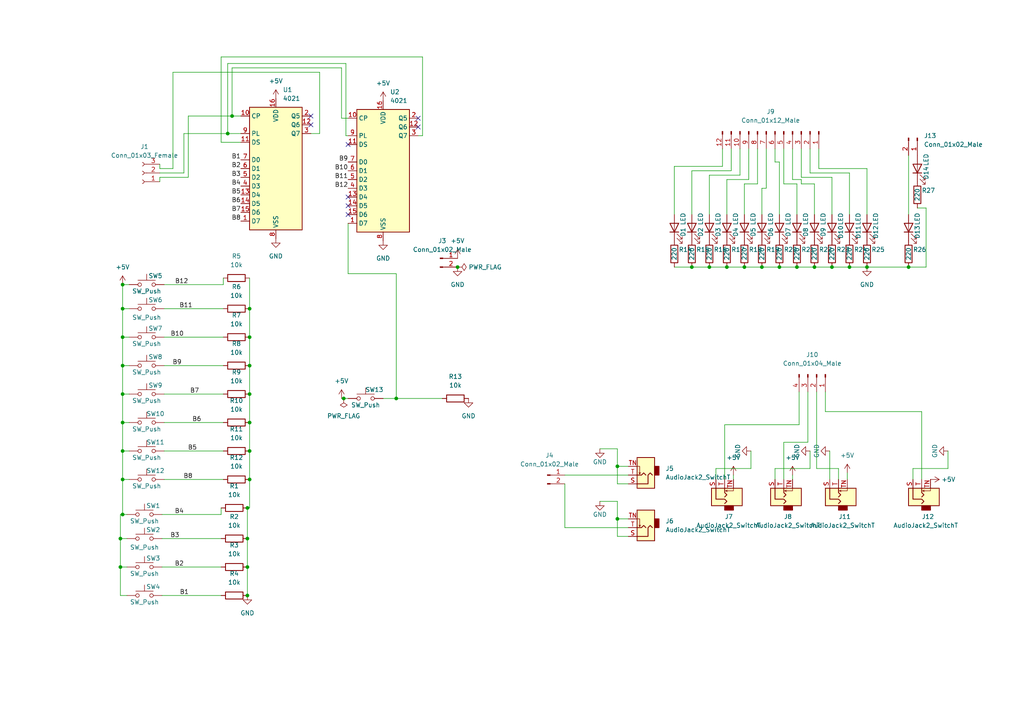
<source format=kicad_sch>
(kicad_sch (version 20211123) (generator eeschema)

  (uuid 914fee8b-db15-405d-ac5b-809678b503c8)

  (paper "A4")

  (title_block
    (title "Dual pitch quantizer front pcb")
    (date "2022-12-11")
    (rev "1.2")
    (company "Ilmari Hirvonen")
    (comment 1 "License: CERN-OHL-S v2")
  )

  (lib_symbols
    (symbol "4xxx:4021" (in_bom yes) (on_board yes)
      (property "Reference" "U" (id 0) (at -5.08 19.05 0)
        (effects (font (size 1.27 1.27)))
      )
      (property "Value" "4021" (id 1) (at 3.81 19.05 0)
        (effects (font (size 1.27 1.27)))
      )
      (property "Footprint" "" (id 2) (at 0 3.81 0)
        (effects (font (size 1.27 1.27)) hide)
      )
      (property "Datasheet" "https://assets.nexperia.com/documents/data-sheet/HEF4021B.pdf" (id 3) (at 0 3.81 0)
        (effects (font (size 1.27 1.27)) hide)
      )
      (property "ki_keywords" "shift register SR PISO" (id 4) (at 0 0 0)
        (effects (font (size 1.27 1.27)) hide)
      )
      (property "ki_description" "8-bit static shift register" (id 5) (at 0 0 0)
        (effects (font (size 1.27 1.27)) hide)
      )
      (property "ki_fp_filters" "DIP*W7.62mm* SOIC*3.9x9.9mm*P1.27mm* TSSOP*4.4x5mm*P0.65mm* SOIC*5.3x10.2mm*P1.27mm*" (id 6) (at 0 0 0)
        (effects (font (size 1.27 1.27)) hide)
      )
      (symbol "4021_0_1"
        (rectangle (start -7.62 17.78) (end 7.62 -17.78)
          (stroke (width 0.254) (type default) (color 0 0 0 0))
          (fill (type background))
        )
      )
      (symbol "4021_1_1"
        (pin input line (at -10.16 -15.24 0) (length 2.54)
          (name "D7" (effects (font (size 1.27 1.27))))
          (number "1" (effects (font (size 1.27 1.27))))
        )
        (pin input line (at -10.16 15.24 0) (length 2.54)
          (name "CP" (effects (font (size 1.27 1.27))))
          (number "10" (effects (font (size 1.27 1.27))))
        )
        (pin input line (at -10.16 7.62 0) (length 2.54)
          (name "DS" (effects (font (size 1.27 1.27))))
          (number "11" (effects (font (size 1.27 1.27))))
        )
        (pin output line (at 10.16 12.7 180) (length 2.54)
          (name "Q6" (effects (font (size 1.27 1.27))))
          (number "12" (effects (font (size 1.27 1.27))))
        )
        (pin input line (at -10.16 -7.62 0) (length 2.54)
          (name "D4" (effects (font (size 1.27 1.27))))
          (number "13" (effects (font (size 1.27 1.27))))
        )
        (pin input line (at -10.16 -10.16 0) (length 2.54)
          (name "D5" (effects (font (size 1.27 1.27))))
          (number "14" (effects (font (size 1.27 1.27))))
        )
        (pin input line (at -10.16 -12.7 0) (length 2.54)
          (name "D6" (effects (font (size 1.27 1.27))))
          (number "15" (effects (font (size 1.27 1.27))))
        )
        (pin power_in line (at 0 20.32 270) (length 2.54)
          (name "VDD" (effects (font (size 1.27 1.27))))
          (number "16" (effects (font (size 1.27 1.27))))
        )
        (pin output line (at 10.16 15.24 180) (length 2.54)
          (name "Q5" (effects (font (size 1.27 1.27))))
          (number "2" (effects (font (size 1.27 1.27))))
        )
        (pin output line (at 10.16 10.16 180) (length 2.54)
          (name "Q7" (effects (font (size 1.27 1.27))))
          (number "3" (effects (font (size 1.27 1.27))))
        )
        (pin input line (at -10.16 -5.08 0) (length 2.54)
          (name "D3" (effects (font (size 1.27 1.27))))
          (number "4" (effects (font (size 1.27 1.27))))
        )
        (pin input line (at -10.16 -2.54 0) (length 2.54)
          (name "D2" (effects (font (size 1.27 1.27))))
          (number "5" (effects (font (size 1.27 1.27))))
        )
        (pin input line (at -10.16 0 0) (length 2.54)
          (name "D1" (effects (font (size 1.27 1.27))))
          (number "6" (effects (font (size 1.27 1.27))))
        )
        (pin input line (at -10.16 2.54 0) (length 2.54)
          (name "D0" (effects (font (size 1.27 1.27))))
          (number "7" (effects (font (size 1.27 1.27))))
        )
        (pin power_in line (at 0 -20.32 90) (length 2.54)
          (name "VSS" (effects (font (size 1.27 1.27))))
          (number "8" (effects (font (size 1.27 1.27))))
        )
        (pin input line (at -10.16 10.16 0) (length 2.54)
          (name "PL" (effects (font (size 1.27 1.27))))
          (number "9" (effects (font (size 1.27 1.27))))
        )
      )
    )
    (symbol "Connector:AudioJack2_SwitchT" (in_bom yes) (on_board yes)
      (property "Reference" "J" (id 0) (at 0 8.89 0)
        (effects (font (size 1.27 1.27)))
      )
      (property "Value" "AudioJack2_SwitchT" (id 1) (at 0 6.35 0)
        (effects (font (size 1.27 1.27)))
      )
      (property "Footprint" "" (id 2) (at 0 0 0)
        (effects (font (size 1.27 1.27)) hide)
      )
      (property "Datasheet" "~" (id 3) (at 0 0 0)
        (effects (font (size 1.27 1.27)) hide)
      )
      (property "ki_keywords" "audio jack receptacle mono headphones phone TS connector" (id 4) (at 0 0 0)
        (effects (font (size 1.27 1.27)) hide)
      )
      (property "ki_description" "Audio Jack, 2 Poles (Mono / TS), Switched T Pole (Normalling)" (id 5) (at 0 0 0)
        (effects (font (size 1.27 1.27)) hide)
      )
      (property "ki_fp_filters" "Jack*" (id 6) (at 0 0 0)
        (effects (font (size 1.27 1.27)) hide)
      )
      (symbol "AudioJack2_SwitchT_0_1"
        (rectangle (start -2.54 0) (end -3.81 -2.54)
          (stroke (width 0.254) (type default) (color 0 0 0 0))
          (fill (type outline))
        )
        (polyline
          (pts
            (xy 1.778 -0.254)
            (xy 2.032 -0.762)
          )
          (stroke (width 0) (type default) (color 0 0 0 0))
          (fill (type none))
        )
        (polyline
          (pts
            (xy 0 0)
            (xy 0.635 -0.635)
            (xy 1.27 0)
            (xy 2.54 0)
          )
          (stroke (width 0.254) (type default) (color 0 0 0 0))
          (fill (type none))
        )
        (polyline
          (pts
            (xy 2.54 -2.54)
            (xy 1.778 -2.54)
            (xy 1.778 -0.254)
            (xy 1.524 -0.762)
          )
          (stroke (width 0) (type default) (color 0 0 0 0))
          (fill (type none))
        )
        (polyline
          (pts
            (xy 2.54 2.54)
            (xy -0.635 2.54)
            (xy -0.635 0)
            (xy -1.27 -0.635)
            (xy -1.905 0)
          )
          (stroke (width 0.254) (type default) (color 0 0 0 0))
          (fill (type none))
        )
        (rectangle (start 2.54 3.81) (end -2.54 -5.08)
          (stroke (width 0.254) (type default) (color 0 0 0 0))
          (fill (type background))
        )
      )
      (symbol "AudioJack2_SwitchT_1_1"
        (pin passive line (at 5.08 2.54 180) (length 2.54)
          (name "~" (effects (font (size 1.27 1.27))))
          (number "S" (effects (font (size 1.27 1.27))))
        )
        (pin passive line (at 5.08 0 180) (length 2.54)
          (name "~" (effects (font (size 1.27 1.27))))
          (number "T" (effects (font (size 1.27 1.27))))
        )
        (pin passive line (at 5.08 -2.54 180) (length 2.54)
          (name "~" (effects (font (size 1.27 1.27))))
          (number "TN" (effects (font (size 1.27 1.27))))
        )
      )
    )
    (symbol "Connector:Conn_01x02_Male" (pin_names (offset 1.016) hide) (in_bom yes) (on_board yes)
      (property "Reference" "J" (id 0) (at 0 2.54 0)
        (effects (font (size 1.27 1.27)))
      )
      (property "Value" "Conn_01x02_Male" (id 1) (at 0 -5.08 0)
        (effects (font (size 1.27 1.27)))
      )
      (property "Footprint" "" (id 2) (at 0 0 0)
        (effects (font (size 1.27 1.27)) hide)
      )
      (property "Datasheet" "~" (id 3) (at 0 0 0)
        (effects (font (size 1.27 1.27)) hide)
      )
      (property "ki_keywords" "connector" (id 4) (at 0 0 0)
        (effects (font (size 1.27 1.27)) hide)
      )
      (property "ki_description" "Generic connector, single row, 01x02, script generated (kicad-library-utils/schlib/autogen/connector/)" (id 5) (at 0 0 0)
        (effects (font (size 1.27 1.27)) hide)
      )
      (property "ki_fp_filters" "Connector*:*_1x??_*" (id 6) (at 0 0 0)
        (effects (font (size 1.27 1.27)) hide)
      )
      (symbol "Conn_01x02_Male_1_1"
        (polyline
          (pts
            (xy 1.27 -2.54)
            (xy 0.8636 -2.54)
          )
          (stroke (width 0.1524) (type default) (color 0 0 0 0))
          (fill (type none))
        )
        (polyline
          (pts
            (xy 1.27 0)
            (xy 0.8636 0)
          )
          (stroke (width 0.1524) (type default) (color 0 0 0 0))
          (fill (type none))
        )
        (rectangle (start 0.8636 -2.413) (end 0 -2.667)
          (stroke (width 0.1524) (type default) (color 0 0 0 0))
          (fill (type outline))
        )
        (rectangle (start 0.8636 0.127) (end 0 -0.127)
          (stroke (width 0.1524) (type default) (color 0 0 0 0))
          (fill (type outline))
        )
        (pin passive line (at 5.08 0 180) (length 3.81)
          (name "Pin_1" (effects (font (size 1.27 1.27))))
          (number "1" (effects (font (size 1.27 1.27))))
        )
        (pin passive line (at 5.08 -2.54 180) (length 3.81)
          (name "Pin_2" (effects (font (size 1.27 1.27))))
          (number "2" (effects (font (size 1.27 1.27))))
        )
      )
    )
    (symbol "Connector:Conn_01x03_Female" (pin_names (offset 1.016) hide) (in_bom yes) (on_board yes)
      (property "Reference" "J" (id 0) (at 0 5.08 0)
        (effects (font (size 1.27 1.27)))
      )
      (property "Value" "Conn_01x03_Female" (id 1) (at 0 -5.08 0)
        (effects (font (size 1.27 1.27)))
      )
      (property "Footprint" "" (id 2) (at 0 0 0)
        (effects (font (size 1.27 1.27)) hide)
      )
      (property "Datasheet" "~" (id 3) (at 0 0 0)
        (effects (font (size 1.27 1.27)) hide)
      )
      (property "ki_keywords" "connector" (id 4) (at 0 0 0)
        (effects (font (size 1.27 1.27)) hide)
      )
      (property "ki_description" "Generic connector, single row, 01x03, script generated (kicad-library-utils/schlib/autogen/connector/)" (id 5) (at 0 0 0)
        (effects (font (size 1.27 1.27)) hide)
      )
      (property "ki_fp_filters" "Connector*:*_1x??_*" (id 6) (at 0 0 0)
        (effects (font (size 1.27 1.27)) hide)
      )
      (symbol "Conn_01x03_Female_1_1"
        (arc (start 0 -2.032) (mid -0.508 -2.54) (end 0 -3.048)
          (stroke (width 0.1524) (type default) (color 0 0 0 0))
          (fill (type none))
        )
        (polyline
          (pts
            (xy -1.27 -2.54)
            (xy -0.508 -2.54)
          )
          (stroke (width 0.1524) (type default) (color 0 0 0 0))
          (fill (type none))
        )
        (polyline
          (pts
            (xy -1.27 0)
            (xy -0.508 0)
          )
          (stroke (width 0.1524) (type default) (color 0 0 0 0))
          (fill (type none))
        )
        (polyline
          (pts
            (xy -1.27 2.54)
            (xy -0.508 2.54)
          )
          (stroke (width 0.1524) (type default) (color 0 0 0 0))
          (fill (type none))
        )
        (arc (start 0 0.508) (mid -0.508 0) (end 0 -0.508)
          (stroke (width 0.1524) (type default) (color 0 0 0 0))
          (fill (type none))
        )
        (arc (start 0 3.048) (mid -0.508 2.54) (end 0 2.032)
          (stroke (width 0.1524) (type default) (color 0 0 0 0))
          (fill (type none))
        )
        (pin passive line (at -5.08 2.54 0) (length 3.81)
          (name "Pin_1" (effects (font (size 1.27 1.27))))
          (number "1" (effects (font (size 1.27 1.27))))
        )
        (pin passive line (at -5.08 0 0) (length 3.81)
          (name "Pin_2" (effects (font (size 1.27 1.27))))
          (number "2" (effects (font (size 1.27 1.27))))
        )
        (pin passive line (at -5.08 -2.54 0) (length 3.81)
          (name "Pin_3" (effects (font (size 1.27 1.27))))
          (number "3" (effects (font (size 1.27 1.27))))
        )
      )
    )
    (symbol "Connector:Conn_01x04_Male" (pin_names (offset 1.016) hide) (in_bom yes) (on_board yes)
      (property "Reference" "J" (id 0) (at 0 5.08 0)
        (effects (font (size 1.27 1.27)))
      )
      (property "Value" "Conn_01x04_Male" (id 1) (at 0 -7.62 0)
        (effects (font (size 1.27 1.27)))
      )
      (property "Footprint" "" (id 2) (at 0 0 0)
        (effects (font (size 1.27 1.27)) hide)
      )
      (property "Datasheet" "~" (id 3) (at 0 0 0)
        (effects (font (size 1.27 1.27)) hide)
      )
      (property "ki_keywords" "connector" (id 4) (at 0 0 0)
        (effects (font (size 1.27 1.27)) hide)
      )
      (property "ki_description" "Generic connector, single row, 01x04, script generated (kicad-library-utils/schlib/autogen/connector/)" (id 5) (at 0 0 0)
        (effects (font (size 1.27 1.27)) hide)
      )
      (property "ki_fp_filters" "Connector*:*_1x??_*" (id 6) (at 0 0 0)
        (effects (font (size 1.27 1.27)) hide)
      )
      (symbol "Conn_01x04_Male_1_1"
        (polyline
          (pts
            (xy 1.27 -5.08)
            (xy 0.8636 -5.08)
          )
          (stroke (width 0.1524) (type default) (color 0 0 0 0))
          (fill (type none))
        )
        (polyline
          (pts
            (xy 1.27 -2.54)
            (xy 0.8636 -2.54)
          )
          (stroke (width 0.1524) (type default) (color 0 0 0 0))
          (fill (type none))
        )
        (polyline
          (pts
            (xy 1.27 0)
            (xy 0.8636 0)
          )
          (stroke (width 0.1524) (type default) (color 0 0 0 0))
          (fill (type none))
        )
        (polyline
          (pts
            (xy 1.27 2.54)
            (xy 0.8636 2.54)
          )
          (stroke (width 0.1524) (type default) (color 0 0 0 0))
          (fill (type none))
        )
        (rectangle (start 0.8636 -4.953) (end 0 -5.207)
          (stroke (width 0.1524) (type default) (color 0 0 0 0))
          (fill (type outline))
        )
        (rectangle (start 0.8636 -2.413) (end 0 -2.667)
          (stroke (width 0.1524) (type default) (color 0 0 0 0))
          (fill (type outline))
        )
        (rectangle (start 0.8636 0.127) (end 0 -0.127)
          (stroke (width 0.1524) (type default) (color 0 0 0 0))
          (fill (type outline))
        )
        (rectangle (start 0.8636 2.667) (end 0 2.413)
          (stroke (width 0.1524) (type default) (color 0 0 0 0))
          (fill (type outline))
        )
        (pin passive line (at 5.08 2.54 180) (length 3.81)
          (name "Pin_1" (effects (font (size 1.27 1.27))))
          (number "1" (effects (font (size 1.27 1.27))))
        )
        (pin passive line (at 5.08 0 180) (length 3.81)
          (name "Pin_2" (effects (font (size 1.27 1.27))))
          (number "2" (effects (font (size 1.27 1.27))))
        )
        (pin passive line (at 5.08 -2.54 180) (length 3.81)
          (name "Pin_3" (effects (font (size 1.27 1.27))))
          (number "3" (effects (font (size 1.27 1.27))))
        )
        (pin passive line (at 5.08 -5.08 180) (length 3.81)
          (name "Pin_4" (effects (font (size 1.27 1.27))))
          (number "4" (effects (font (size 1.27 1.27))))
        )
      )
    )
    (symbol "Connector:Conn_01x12_Male" (pin_names (offset 1.016) hide) (in_bom yes) (on_board yes)
      (property "Reference" "J" (id 0) (at 0 15.24 0)
        (effects (font (size 1.27 1.27)))
      )
      (property "Value" "Conn_01x12_Male" (id 1) (at 0 -17.78 0)
        (effects (font (size 1.27 1.27)))
      )
      (property "Footprint" "" (id 2) (at 0 0 0)
        (effects (font (size 1.27 1.27)) hide)
      )
      (property "Datasheet" "~" (id 3) (at 0 0 0)
        (effects (font (size 1.27 1.27)) hide)
      )
      (property "ki_keywords" "connector" (id 4) (at 0 0 0)
        (effects (font (size 1.27 1.27)) hide)
      )
      (property "ki_description" "Generic connector, single row, 01x12, script generated (kicad-library-utils/schlib/autogen/connector/)" (id 5) (at 0 0 0)
        (effects (font (size 1.27 1.27)) hide)
      )
      (property "ki_fp_filters" "Connector*:*_1x??_*" (id 6) (at 0 0 0)
        (effects (font (size 1.27 1.27)) hide)
      )
      (symbol "Conn_01x12_Male_1_1"
        (polyline
          (pts
            (xy 1.27 -15.24)
            (xy 0.8636 -15.24)
          )
          (stroke (width 0.1524) (type default) (color 0 0 0 0))
          (fill (type none))
        )
        (polyline
          (pts
            (xy 1.27 -12.7)
            (xy 0.8636 -12.7)
          )
          (stroke (width 0.1524) (type default) (color 0 0 0 0))
          (fill (type none))
        )
        (polyline
          (pts
            (xy 1.27 -10.16)
            (xy 0.8636 -10.16)
          )
          (stroke (width 0.1524) (type default) (color 0 0 0 0))
          (fill (type none))
        )
        (polyline
          (pts
            (xy 1.27 -7.62)
            (xy 0.8636 -7.62)
          )
          (stroke (width 0.1524) (type default) (color 0 0 0 0))
          (fill (type none))
        )
        (polyline
          (pts
            (xy 1.27 -5.08)
            (xy 0.8636 -5.08)
          )
          (stroke (width 0.1524) (type default) (color 0 0 0 0))
          (fill (type none))
        )
        (polyline
          (pts
            (xy 1.27 -2.54)
            (xy 0.8636 -2.54)
          )
          (stroke (width 0.1524) (type default) (color 0 0 0 0))
          (fill (type none))
        )
        (polyline
          (pts
            (xy 1.27 0)
            (xy 0.8636 0)
          )
          (stroke (width 0.1524) (type default) (color 0 0 0 0))
          (fill (type none))
        )
        (polyline
          (pts
            (xy 1.27 2.54)
            (xy 0.8636 2.54)
          )
          (stroke (width 0.1524) (type default) (color 0 0 0 0))
          (fill (type none))
        )
        (polyline
          (pts
            (xy 1.27 5.08)
            (xy 0.8636 5.08)
          )
          (stroke (width 0.1524) (type default) (color 0 0 0 0))
          (fill (type none))
        )
        (polyline
          (pts
            (xy 1.27 7.62)
            (xy 0.8636 7.62)
          )
          (stroke (width 0.1524) (type default) (color 0 0 0 0))
          (fill (type none))
        )
        (polyline
          (pts
            (xy 1.27 10.16)
            (xy 0.8636 10.16)
          )
          (stroke (width 0.1524) (type default) (color 0 0 0 0))
          (fill (type none))
        )
        (polyline
          (pts
            (xy 1.27 12.7)
            (xy 0.8636 12.7)
          )
          (stroke (width 0.1524) (type default) (color 0 0 0 0))
          (fill (type none))
        )
        (rectangle (start 0.8636 -15.113) (end 0 -15.367)
          (stroke (width 0.1524) (type default) (color 0 0 0 0))
          (fill (type outline))
        )
        (rectangle (start 0.8636 -12.573) (end 0 -12.827)
          (stroke (width 0.1524) (type default) (color 0 0 0 0))
          (fill (type outline))
        )
        (rectangle (start 0.8636 -10.033) (end 0 -10.287)
          (stroke (width 0.1524) (type default) (color 0 0 0 0))
          (fill (type outline))
        )
        (rectangle (start 0.8636 -7.493) (end 0 -7.747)
          (stroke (width 0.1524) (type default) (color 0 0 0 0))
          (fill (type outline))
        )
        (rectangle (start 0.8636 -4.953) (end 0 -5.207)
          (stroke (width 0.1524) (type default) (color 0 0 0 0))
          (fill (type outline))
        )
        (rectangle (start 0.8636 -2.413) (end 0 -2.667)
          (stroke (width 0.1524) (type default) (color 0 0 0 0))
          (fill (type outline))
        )
        (rectangle (start 0.8636 0.127) (end 0 -0.127)
          (stroke (width 0.1524) (type default) (color 0 0 0 0))
          (fill (type outline))
        )
        (rectangle (start 0.8636 2.667) (end 0 2.413)
          (stroke (width 0.1524) (type default) (color 0 0 0 0))
          (fill (type outline))
        )
        (rectangle (start 0.8636 5.207) (end 0 4.953)
          (stroke (width 0.1524) (type default) (color 0 0 0 0))
          (fill (type outline))
        )
        (rectangle (start 0.8636 7.747) (end 0 7.493)
          (stroke (width 0.1524) (type default) (color 0 0 0 0))
          (fill (type outline))
        )
        (rectangle (start 0.8636 10.287) (end 0 10.033)
          (stroke (width 0.1524) (type default) (color 0 0 0 0))
          (fill (type outline))
        )
        (rectangle (start 0.8636 12.827) (end 0 12.573)
          (stroke (width 0.1524) (type default) (color 0 0 0 0))
          (fill (type outline))
        )
        (pin passive line (at 5.08 12.7 180) (length 3.81)
          (name "Pin_1" (effects (font (size 1.27 1.27))))
          (number "1" (effects (font (size 1.27 1.27))))
        )
        (pin passive line (at 5.08 -10.16 180) (length 3.81)
          (name "Pin_10" (effects (font (size 1.27 1.27))))
          (number "10" (effects (font (size 1.27 1.27))))
        )
        (pin passive line (at 5.08 -12.7 180) (length 3.81)
          (name "Pin_11" (effects (font (size 1.27 1.27))))
          (number "11" (effects (font (size 1.27 1.27))))
        )
        (pin passive line (at 5.08 -15.24 180) (length 3.81)
          (name "Pin_12" (effects (font (size 1.27 1.27))))
          (number "12" (effects (font (size 1.27 1.27))))
        )
        (pin passive line (at 5.08 10.16 180) (length 3.81)
          (name "Pin_2" (effects (font (size 1.27 1.27))))
          (number "2" (effects (font (size 1.27 1.27))))
        )
        (pin passive line (at 5.08 7.62 180) (length 3.81)
          (name "Pin_3" (effects (font (size 1.27 1.27))))
          (number "3" (effects (font (size 1.27 1.27))))
        )
        (pin passive line (at 5.08 5.08 180) (length 3.81)
          (name "Pin_4" (effects (font (size 1.27 1.27))))
          (number "4" (effects (font (size 1.27 1.27))))
        )
        (pin passive line (at 5.08 2.54 180) (length 3.81)
          (name "Pin_5" (effects (font (size 1.27 1.27))))
          (number "5" (effects (font (size 1.27 1.27))))
        )
        (pin passive line (at 5.08 0 180) (length 3.81)
          (name "Pin_6" (effects (font (size 1.27 1.27))))
          (number "6" (effects (font (size 1.27 1.27))))
        )
        (pin passive line (at 5.08 -2.54 180) (length 3.81)
          (name "Pin_7" (effects (font (size 1.27 1.27))))
          (number "7" (effects (font (size 1.27 1.27))))
        )
        (pin passive line (at 5.08 -5.08 180) (length 3.81)
          (name "Pin_8" (effects (font (size 1.27 1.27))))
          (number "8" (effects (font (size 1.27 1.27))))
        )
        (pin passive line (at 5.08 -7.62 180) (length 3.81)
          (name "Pin_9" (effects (font (size 1.27 1.27))))
          (number "9" (effects (font (size 1.27 1.27))))
        )
      )
    )
    (symbol "Device:LED" (pin_numbers hide) (pin_names (offset 1.016) hide) (in_bom yes) (on_board yes)
      (property "Reference" "D" (id 0) (at 0 2.54 0)
        (effects (font (size 1.27 1.27)))
      )
      (property "Value" "LED" (id 1) (at 0 -2.54 0)
        (effects (font (size 1.27 1.27)))
      )
      (property "Footprint" "" (id 2) (at 0 0 0)
        (effects (font (size 1.27 1.27)) hide)
      )
      (property "Datasheet" "~" (id 3) (at 0 0 0)
        (effects (font (size 1.27 1.27)) hide)
      )
      (property "ki_keywords" "LED diode" (id 4) (at 0 0 0)
        (effects (font (size 1.27 1.27)) hide)
      )
      (property "ki_description" "Light emitting diode" (id 5) (at 0 0 0)
        (effects (font (size 1.27 1.27)) hide)
      )
      (property "ki_fp_filters" "LED* LED_SMD:* LED_THT:*" (id 6) (at 0 0 0)
        (effects (font (size 1.27 1.27)) hide)
      )
      (symbol "LED_0_1"
        (polyline
          (pts
            (xy -1.27 -1.27)
            (xy -1.27 1.27)
          )
          (stroke (width 0.254) (type default) (color 0 0 0 0))
          (fill (type none))
        )
        (polyline
          (pts
            (xy -1.27 0)
            (xy 1.27 0)
          )
          (stroke (width 0) (type default) (color 0 0 0 0))
          (fill (type none))
        )
        (polyline
          (pts
            (xy 1.27 -1.27)
            (xy 1.27 1.27)
            (xy -1.27 0)
            (xy 1.27 -1.27)
          )
          (stroke (width 0.254) (type default) (color 0 0 0 0))
          (fill (type none))
        )
        (polyline
          (pts
            (xy -3.048 -0.762)
            (xy -4.572 -2.286)
            (xy -3.81 -2.286)
            (xy -4.572 -2.286)
            (xy -4.572 -1.524)
          )
          (stroke (width 0) (type default) (color 0 0 0 0))
          (fill (type none))
        )
        (polyline
          (pts
            (xy -1.778 -0.762)
            (xy -3.302 -2.286)
            (xy -2.54 -2.286)
            (xy -3.302 -2.286)
            (xy -3.302 -1.524)
          )
          (stroke (width 0) (type default) (color 0 0 0 0))
          (fill (type none))
        )
      )
      (symbol "LED_1_1"
        (pin passive line (at -3.81 0 0) (length 2.54)
          (name "K" (effects (font (size 1.27 1.27))))
          (number "1" (effects (font (size 1.27 1.27))))
        )
        (pin passive line (at 3.81 0 180) (length 2.54)
          (name "A" (effects (font (size 1.27 1.27))))
          (number "2" (effects (font (size 1.27 1.27))))
        )
      )
    )
    (symbol "Device:R" (pin_numbers hide) (pin_names (offset 0)) (in_bom yes) (on_board yes)
      (property "Reference" "R" (id 0) (at 2.032 0 90)
        (effects (font (size 1.27 1.27)))
      )
      (property "Value" "R" (id 1) (at 0 0 90)
        (effects (font (size 1.27 1.27)))
      )
      (property "Footprint" "" (id 2) (at -1.778 0 90)
        (effects (font (size 1.27 1.27)) hide)
      )
      (property "Datasheet" "~" (id 3) (at 0 0 0)
        (effects (font (size 1.27 1.27)) hide)
      )
      (property "ki_keywords" "R res resistor" (id 4) (at 0 0 0)
        (effects (font (size 1.27 1.27)) hide)
      )
      (property "ki_description" "Resistor" (id 5) (at 0 0 0)
        (effects (font (size 1.27 1.27)) hide)
      )
      (property "ki_fp_filters" "R_*" (id 6) (at 0 0 0)
        (effects (font (size 1.27 1.27)) hide)
      )
      (symbol "R_0_1"
        (rectangle (start -1.016 -2.54) (end 1.016 2.54)
          (stroke (width 0.254) (type default) (color 0 0 0 0))
          (fill (type none))
        )
      )
      (symbol "R_1_1"
        (pin passive line (at 0 3.81 270) (length 1.27)
          (name "~" (effects (font (size 1.27 1.27))))
          (number "1" (effects (font (size 1.27 1.27))))
        )
        (pin passive line (at 0 -3.81 90) (length 1.27)
          (name "~" (effects (font (size 1.27 1.27))))
          (number "2" (effects (font (size 1.27 1.27))))
        )
      )
    )
    (symbol "Switch:SW_Push" (pin_numbers hide) (pin_names (offset 1.016) hide) (in_bom yes) (on_board yes)
      (property "Reference" "SW" (id 0) (at 1.27 2.54 0)
        (effects (font (size 1.27 1.27)) (justify left))
      )
      (property "Value" "SW_Push" (id 1) (at 0 -1.524 0)
        (effects (font (size 1.27 1.27)))
      )
      (property "Footprint" "" (id 2) (at 0 5.08 0)
        (effects (font (size 1.27 1.27)) hide)
      )
      (property "Datasheet" "~" (id 3) (at 0 5.08 0)
        (effects (font (size 1.27 1.27)) hide)
      )
      (property "ki_keywords" "switch normally-open pushbutton push-button" (id 4) (at 0 0 0)
        (effects (font (size 1.27 1.27)) hide)
      )
      (property "ki_description" "Push button switch, generic, two pins" (id 5) (at 0 0 0)
        (effects (font (size 1.27 1.27)) hide)
      )
      (symbol "SW_Push_0_1"
        (circle (center -2.032 0) (radius 0.508)
          (stroke (width 0) (type default) (color 0 0 0 0))
          (fill (type none))
        )
        (polyline
          (pts
            (xy 0 1.27)
            (xy 0 3.048)
          )
          (stroke (width 0) (type default) (color 0 0 0 0))
          (fill (type none))
        )
        (polyline
          (pts
            (xy 2.54 1.27)
            (xy -2.54 1.27)
          )
          (stroke (width 0) (type default) (color 0 0 0 0))
          (fill (type none))
        )
        (circle (center 2.032 0) (radius 0.508)
          (stroke (width 0) (type default) (color 0 0 0 0))
          (fill (type none))
        )
        (pin passive line (at -5.08 0 0) (length 2.54)
          (name "1" (effects (font (size 1.27 1.27))))
          (number "1" (effects (font (size 1.27 1.27))))
        )
        (pin passive line (at 5.08 0 180) (length 2.54)
          (name "2" (effects (font (size 1.27 1.27))))
          (number "2" (effects (font (size 1.27 1.27))))
        )
      )
    )
    (symbol "power:+5V" (power) (pin_names (offset 0)) (in_bom yes) (on_board yes)
      (property "Reference" "#PWR" (id 0) (at 0 -3.81 0)
        (effects (font (size 1.27 1.27)) hide)
      )
      (property "Value" "+5V" (id 1) (at 0 3.556 0)
        (effects (font (size 1.27 1.27)))
      )
      (property "Footprint" "" (id 2) (at 0 0 0)
        (effects (font (size 1.27 1.27)) hide)
      )
      (property "Datasheet" "" (id 3) (at 0 0 0)
        (effects (font (size 1.27 1.27)) hide)
      )
      (property "ki_keywords" "power-flag" (id 4) (at 0 0 0)
        (effects (font (size 1.27 1.27)) hide)
      )
      (property "ki_description" "Power symbol creates a global label with name \"+5V\"" (id 5) (at 0 0 0)
        (effects (font (size 1.27 1.27)) hide)
      )
      (symbol "+5V_0_1"
        (polyline
          (pts
            (xy -0.762 1.27)
            (xy 0 2.54)
          )
          (stroke (width 0) (type default) (color 0 0 0 0))
          (fill (type none))
        )
        (polyline
          (pts
            (xy 0 0)
            (xy 0 2.54)
          )
          (stroke (width 0) (type default) (color 0 0 0 0))
          (fill (type none))
        )
        (polyline
          (pts
            (xy 0 2.54)
            (xy 0.762 1.27)
          )
          (stroke (width 0) (type default) (color 0 0 0 0))
          (fill (type none))
        )
      )
      (symbol "+5V_1_1"
        (pin power_in line (at 0 0 90) (length 0) hide
          (name "+5V" (effects (font (size 1.27 1.27))))
          (number "1" (effects (font (size 1.27 1.27))))
        )
      )
    )
    (symbol "power:GND" (power) (pin_names (offset 0)) (in_bom yes) (on_board yes)
      (property "Reference" "#PWR" (id 0) (at 0 -6.35 0)
        (effects (font (size 1.27 1.27)) hide)
      )
      (property "Value" "GND" (id 1) (at 0 -3.81 0)
        (effects (font (size 1.27 1.27)))
      )
      (property "Footprint" "" (id 2) (at 0 0 0)
        (effects (font (size 1.27 1.27)) hide)
      )
      (property "Datasheet" "" (id 3) (at 0 0 0)
        (effects (font (size 1.27 1.27)) hide)
      )
      (property "ki_keywords" "power-flag" (id 4) (at 0 0 0)
        (effects (font (size 1.27 1.27)) hide)
      )
      (property "ki_description" "Power symbol creates a global label with name \"GND\" , ground" (id 5) (at 0 0 0)
        (effects (font (size 1.27 1.27)) hide)
      )
      (symbol "GND_0_1"
        (polyline
          (pts
            (xy 0 0)
            (xy 0 -1.27)
            (xy 1.27 -1.27)
            (xy 0 -2.54)
            (xy -1.27 -1.27)
            (xy 0 -1.27)
          )
          (stroke (width 0) (type default) (color 0 0 0 0))
          (fill (type none))
        )
      )
      (symbol "GND_1_1"
        (pin power_in line (at 0 0 270) (length 0) hide
          (name "GND" (effects (font (size 1.27 1.27))))
          (number "1" (effects (font (size 1.27 1.27))))
        )
      )
    )
    (symbol "power:PWR_FLAG" (power) (pin_numbers hide) (pin_names (offset 0) hide) (in_bom yes) (on_board yes)
      (property "Reference" "#FLG" (id 0) (at 0 1.905 0)
        (effects (font (size 1.27 1.27)) hide)
      )
      (property "Value" "PWR_FLAG" (id 1) (at 0 3.81 0)
        (effects (font (size 1.27 1.27)))
      )
      (property "Footprint" "" (id 2) (at 0 0 0)
        (effects (font (size 1.27 1.27)) hide)
      )
      (property "Datasheet" "~" (id 3) (at 0 0 0)
        (effects (font (size 1.27 1.27)) hide)
      )
      (property "ki_keywords" "power-flag" (id 4) (at 0 0 0)
        (effects (font (size 1.27 1.27)) hide)
      )
      (property "ki_description" "Special symbol for telling ERC where power comes from" (id 5) (at 0 0 0)
        (effects (font (size 1.27 1.27)) hide)
      )
      (symbol "PWR_FLAG_0_0"
        (pin power_out line (at 0 0 90) (length 0)
          (name "pwr" (effects (font (size 1.27 1.27))))
          (number "1" (effects (font (size 1.27 1.27))))
        )
      )
      (symbol "PWR_FLAG_0_1"
        (polyline
          (pts
            (xy 0 0)
            (xy 0 1.27)
            (xy -1.016 1.905)
            (xy 0 2.54)
            (xy 1.016 1.905)
            (xy 0 1.27)
          )
          (stroke (width 0) (type default) (color 0 0 0 0))
          (fill (type none))
        )
      )
    )
  )

  (junction (at 251.46 77.47) (diameter 0) (color 0 0 0 0)
    (uuid 08dcac80-b405-41d8-99f0-68f170389a06)
  )
  (junction (at 205.74 77.47) (diameter 0) (color 0 0 0 0)
    (uuid 0e4aa0c4-a2b7-4661-a5ba-5a6b61a5227f)
  )
  (junction (at 226.06 77.47) (diameter 0) (color 0 0 0 0)
    (uuid 10d2917d-56f4-49f5-bb73-0f6316d1e53a)
  )
  (junction (at 35.56 82.55) (diameter 0) (color 0 0 0 0)
    (uuid 16b2f0a9-5136-4c2e-b190-c2fb0e8cd63f)
  )
  (junction (at 72.39 114.3) (diameter 0) (color 0 0 0 0)
    (uuid 2aecda9c-8b76-42b1-9495-a369969955e7)
  )
  (junction (at 72.39 122.555) (diameter 0) (color 0 0 0 0)
    (uuid 31beb1dc-b12d-44bd-b4ba-27aa73752eaf)
  )
  (junction (at 71.755 147.32) (diameter 0) (color 0 0 0 0)
    (uuid 31bfaffd-4d02-472a-bacc-b3cc024a4849)
  )
  (junction (at 35.56 97.79) (diameter 0) (color 0 0 0 0)
    (uuid 3fbd5a4c-d270-45b9-a615-92cdf118160e)
  )
  (junction (at 200.66 77.47) (diameter 0) (color 0 0 0 0)
    (uuid 40decca5-53a8-42fc-b96f-ff3bb1566546)
  )
  (junction (at 71.755 164.465) (diameter 0) (color 0 0 0 0)
    (uuid 4e461120-3d08-42e4-b5f3-888fbd8ce69e)
  )
  (junction (at 72.39 139.065) (diameter 0) (color 0 0 0 0)
    (uuid 50218577-59b1-4380-b39e-9ec9599aa2ae)
  )
  (junction (at 34.925 164.465) (diameter 0) (color 0 0 0 0)
    (uuid 539e409e-3e01-494a-a8b2-fd2ed259b44f)
  )
  (junction (at 67.31 33.655) (diameter 0) (color 0 0 0 0)
    (uuid 5abeb6de-c64f-4029-ade7-723c57ca5131)
  )
  (junction (at 132.715 77.47) (diameter 0) (color 0 0 0 0)
    (uuid 5ffd9d7b-f07d-4252-8074-a63131c80df2)
  )
  (junction (at 72.39 89.535) (diameter 0) (color 0 0 0 0)
    (uuid 60d72ffb-59e6-463c-b49b-10adc49500dd)
  )
  (junction (at 35.56 89.535) (diameter 0) (color 0 0 0 0)
    (uuid 64b8976e-59ea-4fb9-974d-f4e69353d564)
  )
  (junction (at 231.14 77.47) (diameter 0) (color 0 0 0 0)
    (uuid 64f9c319-8bbd-41ed-a7eb-645f7b614571)
  )
  (junction (at 72.39 97.79) (diameter 0) (color 0 0 0 0)
    (uuid 7bef9914-5dd1-4939-ba8a-cbc52372e3cc)
  )
  (junction (at 114.935 115.57) (diameter 0) (color 0 0 0 0)
    (uuid 7c90fb1d-c855-4003-bba9-1f4a2dba773c)
  )
  (junction (at 72.39 106.045) (diameter 0) (color 0 0 0 0)
    (uuid 7f61bfff-8069-4963-859f-b2a137bd0f14)
  )
  (junction (at 263.525 77.47) (diameter 0) (color 0 0 0 0)
    (uuid 84c9d8db-78db-4e01-9e93-67ee0182b653)
  )
  (junction (at 35.56 130.81) (diameter 0) (color 0 0 0 0)
    (uuid 8d9a221e-175f-48cd-a183-4ece96cc22e7)
  )
  (junction (at 72.39 130.81) (diameter 0) (color 0 0 0 0)
    (uuid 912dc3f6-1b2b-4a37-b1fc-9064431eb01a)
  )
  (junction (at 35.56 149.225) (diameter 0) (color 0 0 0 0)
    (uuid 9e2370ed-cc0e-4733-a70f-7f9140f0e9c8)
  )
  (junction (at 179.07 135.255) (diameter 0) (color 0 0 0 0)
    (uuid a08be775-ca3b-43b2-9f97-3141b2bd63b3)
  )
  (junction (at 236.22 77.47) (diameter 0) (color 0 0 0 0)
    (uuid a4dad98d-7a7a-4a7b-82d5-7b657dbcba91)
  )
  (junction (at 241.3 77.47) (diameter 0) (color 0 0 0 0)
    (uuid b0ebb99f-5397-4ddb-9fed-c66440ad31c3)
  )
  (junction (at 35.56 114.3) (diameter 0) (color 0 0 0 0)
    (uuid b9473640-51aa-4881-a30e-44b9b83a46a3)
  )
  (junction (at 35.56 122.555) (diameter 0) (color 0 0 0 0)
    (uuid b99b4723-671f-4621-b4af-731ca40a571d)
  )
  (junction (at 35.56 139.065) (diameter 0) (color 0 0 0 0)
    (uuid b9b05f11-6d9f-4d99-9b02-2372aea53de9)
  )
  (junction (at 179.07 150.495) (diameter 0) (color 0 0 0 0)
    (uuid c09477e5-51e2-4747-b955-8da0884a5ff7)
  )
  (junction (at 99.695 115.57) (diameter 0) (color 0 0 0 0)
    (uuid cec380c5-527b-44c7-abc1-89ee9ccdcdbd)
  )
  (junction (at 246.38 77.47) (diameter 0) (color 0 0 0 0)
    (uuid d67d9228-3194-4fac-b620-8b7662f33c2e)
  )
  (junction (at 71.755 172.72) (diameter 0) (color 0 0 0 0)
    (uuid dcbaa5d3-c620-47b1-a0fb-59ad3c667835)
  )
  (junction (at 215.9 77.47) (diameter 0) (color 0 0 0 0)
    (uuid dff32480-aa7f-451b-96fa-5393f0fbf15a)
  )
  (junction (at 34.925 156.21) (diameter 0) (color 0 0 0 0)
    (uuid e48d41ab-5b4e-4626-b70f-60e29e080ac6)
  )
  (junction (at 66.04 38.735) (diameter 0) (color 0 0 0 0)
    (uuid f2d8d8d6-c9fc-44b5-81bd-3b071bfe9af4)
  )
  (junction (at 210.82 77.47) (diameter 0) (color 0 0 0 0)
    (uuid f3d0f2b7-4584-48cb-a136-eaa169aa7cfb)
  )
  (junction (at 71.755 156.21) (diameter 0) (color 0 0 0 0)
    (uuid fa64ff9d-e42c-4f5e-88b6-0b455f8f0b2f)
  )
  (junction (at 220.98 77.47) (diameter 0) (color 0 0 0 0)
    (uuid fb755366-e2fe-4a06-8ffb-538bec6b1605)
  )
  (junction (at 35.56 106.045) (diameter 0) (color 0 0 0 0)
    (uuid fcce1329-0f60-4d93-b35c-4faba5dae6bf)
  )

  (no_connect (at 100.965 59.69) (uuid 46b41627-b94e-46b9-b130-82adeadf875a))
  (no_connect (at 100.965 62.23) (uuid 4c4e1656-b471-44da-b3c5-a787e5183f2b))
  (no_connect (at 121.285 36.83) (uuid 51e4b780-f3c9-465f-b0db-da339835b9b0))
  (no_connect (at 121.285 34.29) (uuid 51e4b780-f3c9-465f-b0db-da339835b9b1))
  (no_connect (at 100.965 41.91) (uuid 51e4b780-f3c9-465f-b0db-da339835b9b2))
  (no_connect (at 100.965 57.15) (uuid 5d5a16b3-cfb0-456c-85c3-ff86612014f4))
  (no_connect (at 90.17 36.195) (uuid 64cf0b50-38ed-4a54-8c36-8842fb348b50))
  (no_connect (at 90.17 33.655) (uuid 7fde783b-8b8c-4b44-8235-e693bfc44f34))

  (wire (pts (xy 215.9 53.34) (xy 215.9 62.23))
    (stroke (width 0) (type default) (color 0 0 0 0))
    (uuid 00e4e9ca-1700-496e-826b-f7c18651be24)
  )
  (wire (pts (xy 35.56 89.535) (xy 37.465 89.535))
    (stroke (width 0) (type default) (color 0 0 0 0))
    (uuid 01018d9d-7ea3-4682-a238-61a3db3a70e7)
  )
  (wire (pts (xy 229.87 52.07) (xy 229.87 43.18))
    (stroke (width 0) (type default) (color 0 0 0 0))
    (uuid 01520426-8e60-4e33-bf1f-2f5d7ba0c242)
  )
  (wire (pts (xy 274.955 130.81) (xy 274.955 135.89))
    (stroke (width 0) (type default) (color 0 0 0 0))
    (uuid 01aad5b5-8e34-4d2a-854c-000080003667)
  )
  (wire (pts (xy 241.3 77.47) (xy 236.22 77.47))
    (stroke (width 0) (type default) (color 0 0 0 0))
    (uuid 020cd9a6-284c-437b-aeb7-e3742f087242)
  )
  (wire (pts (xy 226.06 46.99) (xy 226.06 62.23))
    (stroke (width 0) (type default) (color 0 0 0 0))
    (uuid 0428c030-a98e-480a-8c6d-b5726e75b0b6)
  )
  (wire (pts (xy 212.09 49.53) (xy 212.09 43.18))
    (stroke (width 0) (type default) (color 0 0 0 0))
    (uuid 0717b434-fc7f-4303-805a-11499c118f49)
  )
  (wire (pts (xy 35.56 97.79) (xy 37.465 97.79))
    (stroke (width 0) (type default) (color 0 0 0 0))
    (uuid 07510aaf-1909-438e-9cb8-664163467872)
  )
  (wire (pts (xy 236.22 53.34) (xy 236.22 62.23))
    (stroke (width 0) (type default) (color 0 0 0 0))
    (uuid 0a8f3e6c-540e-4c94-a4b6-b8ce77d050b1)
  )
  (wire (pts (xy 35.56 106.045) (xy 37.465 106.045))
    (stroke (width 0) (type default) (color 0 0 0 0))
    (uuid 0adde493-8317-42ae-963d-268dd8d333f2)
  )
  (wire (pts (xy 64.135 41.275) (xy 69.85 41.275))
    (stroke (width 0) (type default) (color 0 0 0 0))
    (uuid 0c207a21-cccb-4bed-9867-46c42989eaad)
  )
  (wire (pts (xy 122.555 39.37) (xy 121.285 39.37))
    (stroke (width 0) (type default) (color 0 0 0 0))
    (uuid 0cdf73cf-19f9-4e6b-9df5-8ae9d8ba5482)
  )
  (wire (pts (xy 114.935 79.375) (xy 114.935 115.57))
    (stroke (width 0) (type default) (color 0 0 0 0))
    (uuid 0d4c88f0-3bf0-4c53-aa55-f3ad875ff6ae)
  )
  (wire (pts (xy 245.745 137.16) (xy 245.745 139.065))
    (stroke (width 0) (type default) (color 0 0 0 0))
    (uuid 10ca443f-10c2-4762-8784-0254fdf96ab6)
  )
  (wire (pts (xy 67.31 19.685) (xy 99.06 19.685))
    (stroke (width 0) (type default) (color 0 0 0 0))
    (uuid 13b70814-4753-4ad1-9c3f-100c8fce722c)
  )
  (wire (pts (xy 207.645 135.89) (xy 217.805 135.89))
    (stroke (width 0) (type default) (color 0 0 0 0))
    (uuid 16e5ca00-f11a-46ae-be95-cc3d17291290)
  )
  (wire (pts (xy 69.85 33.655) (xy 67.31 33.655))
    (stroke (width 0) (type default) (color 0 0 0 0))
    (uuid 196ff0bc-4e3e-4508-827f-0ce9ba2774fb)
  )
  (wire (pts (xy 100.33 18.415) (xy 100.33 39.37))
    (stroke (width 0) (type default) (color 0 0 0 0))
    (uuid 1a6f1114-e1be-4a99-97ae-ee018b03bfe4)
  )
  (wire (pts (xy 46.355 50.165) (xy 53.34 50.165))
    (stroke (width 0) (type default) (color 0 0 0 0))
    (uuid 1c8edfbe-720b-444e-b809-385274e4ac90)
  )
  (wire (pts (xy 241.3 51.435) (xy 241.3 62.23))
    (stroke (width 0) (type default) (color 0 0 0 0))
    (uuid 1cc4e53a-5ddd-432b-8403-a6b8dc6a1439)
  )
  (wire (pts (xy 47.625 97.79) (xy 64.77 97.79))
    (stroke (width 0) (type default) (color 0 0 0 0))
    (uuid 1d2eab3e-8d94-47ad-99b7-ca2f8959bb69)
  )
  (wire (pts (xy 224.79 46.99) (xy 224.79 43.18))
    (stroke (width 0) (type default) (color 0 0 0 0))
    (uuid 1dc6178a-e94f-489b-8652-81da5e2108aa)
  )
  (wire (pts (xy 231.14 53.34) (xy 227.33 53.34))
    (stroke (width 0) (type default) (color 0 0 0 0))
    (uuid 1dea50d4-a317-4b75-9a63-415e623874e8)
  )
  (wire (pts (xy 163.83 137.795) (xy 182.245 137.795))
    (stroke (width 0) (type default) (color 0 0 0 0))
    (uuid 1f04ea60-3043-4992-b2e2-e30cb961da1a)
  )
  (wire (pts (xy 200.66 77.47) (xy 195.58 77.47))
    (stroke (width 0) (type default) (color 0 0 0 0))
    (uuid 1fbe6f0a-1f5a-4544-a08a-a7e26ab4d32a)
  )
  (wire (pts (xy 35.56 114.3) (xy 35.56 122.555))
    (stroke (width 0) (type default) (color 0 0 0 0))
    (uuid 22b290bc-7e1e-4020-a6bc-ea0fc2368186)
  )
  (wire (pts (xy 240.665 130.81) (xy 240.665 139.065))
    (stroke (width 0) (type default) (color 0 0 0 0))
    (uuid 23bae0ea-1995-4333-a9e2-88244f39ff99)
  )
  (wire (pts (xy 53.34 38.735) (xy 66.04 38.735))
    (stroke (width 0) (type default) (color 0 0 0 0))
    (uuid 24566412-ca69-42c8-9eb0-58fe732dc435)
  )
  (wire (pts (xy 236.22 53.34) (xy 232.41 53.34))
    (stroke (width 0) (type default) (color 0 0 0 0))
    (uuid 24816c82-678b-4ad1-83a4-8b04bfafb43a)
  )
  (wire (pts (xy 234.95 130.81) (xy 234.95 135.89))
    (stroke (width 0) (type default) (color 0 0 0 0))
    (uuid 2586af5a-82be-4623-85ef-dd96b4be2fd3)
  )
  (wire (pts (xy 46.99 156.21) (xy 64.135 156.21))
    (stroke (width 0) (type default) (color 0 0 0 0))
    (uuid 26664416-89bf-4591-8a15-7f38b55e151a)
  )
  (wire (pts (xy 268.605 60.325) (xy 268.605 77.47))
    (stroke (width 0) (type default) (color 0 0 0 0))
    (uuid 28d9ea57-9529-4567-9226-306a2705a2cd)
  )
  (wire (pts (xy 173.99 130.175) (xy 179.07 130.175))
    (stroke (width 0) (type default) (color 0 0 0 0))
    (uuid 299bc471-1c77-46d7-966d-8e4d51b30c03)
  )
  (wire (pts (xy 263.525 45.085) (xy 263.525 62.23))
    (stroke (width 0) (type default) (color 0 0 0 0))
    (uuid 2a42a535-dead-44d1-8b3e-46cca6e66fc2)
  )
  (wire (pts (xy 179.07 150.495) (xy 182.245 150.495))
    (stroke (width 0) (type default) (color 0 0 0 0))
    (uuid 32ebb70e-894f-402d-871d-769c1422e0f1)
  )
  (wire (pts (xy 251.46 77.47) (xy 246.38 77.47))
    (stroke (width 0) (type default) (color 0 0 0 0))
    (uuid 32efaa77-af77-4c2c-9d7c-315f9b6e402a)
  )
  (wire (pts (xy 72.39 147.32) (xy 71.755 147.32))
    (stroke (width 0) (type default) (color 0 0 0 0))
    (uuid 3358b663-c82f-4f15-9c70-df963933082f)
  )
  (wire (pts (xy 232.41 53.34) (xy 232.41 52.07))
    (stroke (width 0) (type default) (color 0 0 0 0))
    (uuid 33c081b2-c09f-4dcd-86ba-a752328b8a6a)
  )
  (wire (pts (xy 111.125 115.57) (xy 114.935 115.57))
    (stroke (width 0) (type default) (color 0 0 0 0))
    (uuid 358f498e-24fe-4c88-b9da-454458af4c46)
  )
  (wire (pts (xy 35.56 89.535) (xy 35.56 97.79))
    (stroke (width 0) (type default) (color 0 0 0 0))
    (uuid 36394ea1-e3b7-4057-9096-dc1fded201cf)
  )
  (wire (pts (xy 46.355 51.435) (xy 54.61 51.435))
    (stroke (width 0) (type default) (color 0 0 0 0))
    (uuid 366c975c-d1dc-4a9c-bde2-18f69cdfb133)
  )
  (wire (pts (xy 36.83 149.225) (xy 35.56 149.225))
    (stroke (width 0) (type default) (color 0 0 0 0))
    (uuid 3757649d-a5ba-44c1-8b17-9c42b76a6fd6)
  )
  (wire (pts (xy 229.87 137.795) (xy 229.87 139.065))
    (stroke (width 0) (type default) (color 0 0 0 0))
    (uuid 390a875a-782c-431e-aa4e-577e2ae38ba2)
  )
  (wire (pts (xy 64.77 80.645) (xy 64.77 82.55))
    (stroke (width 0) (type default) (color 0 0 0 0))
    (uuid 395931ca-cfba-4d54-89f7-ff64a6c7ac47)
  )
  (wire (pts (xy 212.725 137.795) (xy 212.725 139.065))
    (stroke (width 0) (type default) (color 0 0 0 0))
    (uuid 3b1552d1-c553-4a03-bda5-aba058c40d0e)
  )
  (wire (pts (xy 231.775 123.19) (xy 231.775 113.665))
    (stroke (width 0) (type default) (color 0 0 0 0))
    (uuid 3bf34e05-141b-47cf-ad7c-dec082e4691a)
  )
  (wire (pts (xy 205.74 77.47) (xy 200.66 77.47))
    (stroke (width 0) (type default) (color 0 0 0 0))
    (uuid 3c4e2166-1db7-40c2-ac47-bfd31c0df4da)
  )
  (wire (pts (xy 263.525 77.47) (xy 268.605 77.47))
    (stroke (width 0) (type default) (color 0 0 0 0))
    (uuid 3c5ab2ac-dbcd-4326-8b42-abb88eaa0093)
  )
  (wire (pts (xy 54.61 33.655) (xy 67.31 33.655))
    (stroke (width 0) (type default) (color 0 0 0 0))
    (uuid 3e4e3847-9580-4433-989a-a1393bbf5362)
  )
  (wire (pts (xy 35.56 122.555) (xy 37.465 122.555))
    (stroke (width 0) (type default) (color 0 0 0 0))
    (uuid 3f44cea3-0f49-478e-9ced-166ed8505bbc)
  )
  (wire (pts (xy 237.49 48.895) (xy 251.46 48.895))
    (stroke (width 0) (type default) (color 0 0 0 0))
    (uuid 3f97ce10-ec4f-4a8f-b2cf-1a046f2c4d3d)
  )
  (wire (pts (xy 99.06 34.29) (xy 100.965 34.29))
    (stroke (width 0) (type default) (color 0 0 0 0))
    (uuid 3ffa3973-0e46-4841-91a3-9514212c3fd3)
  )
  (wire (pts (xy 215.9 53.34) (xy 219.71 53.34))
    (stroke (width 0) (type default) (color 0 0 0 0))
    (uuid 406be65e-9399-46ed-a911-655a95e1b8d2)
  )
  (wire (pts (xy 67.31 33.655) (xy 67.31 19.685))
    (stroke (width 0) (type default) (color 0 0 0 0))
    (uuid 4210adbd-ca08-4d6c-be85-f1f654ab92d8)
  )
  (wire (pts (xy 46.355 51.435) (xy 46.355 52.705))
    (stroke (width 0) (type default) (color 0 0 0 0))
    (uuid 43f19e9a-1f4d-44ce-812c-f7c5d802c478)
  )
  (wire (pts (xy 231.14 77.47) (xy 226.06 77.47))
    (stroke (width 0) (type default) (color 0 0 0 0))
    (uuid 453ca305-765d-4431-9d81-b4ae3bbc244e)
  )
  (wire (pts (xy 35.56 82.55) (xy 35.56 89.535))
    (stroke (width 0) (type default) (color 0 0 0 0))
    (uuid 49c16a29-83e0-49b0-a2e4-ea031ac01e42)
  )
  (wire (pts (xy 214.63 50.8) (xy 214.63 43.18))
    (stroke (width 0) (type default) (color 0 0 0 0))
    (uuid 4b9ae0bb-38d0-4e08-a929-0f6dfa80c2a9)
  )
  (wire (pts (xy 72.39 114.3) (xy 72.39 122.555))
    (stroke (width 0) (type default) (color 0 0 0 0))
    (uuid 4c2a019f-3e1b-4e12-8331-03f66864533f)
  )
  (wire (pts (xy 69.85 38.735) (xy 66.04 38.735))
    (stroke (width 0) (type default) (color 0 0 0 0))
    (uuid 4f924dcd-17c9-4a83-9d10-12c6573462d2)
  )
  (wire (pts (xy 234.315 128.27) (xy 227.33 128.27))
    (stroke (width 0) (type default) (color 0 0 0 0))
    (uuid 523a5939-2da8-4983-9d1a-68acb488f1f0)
  )
  (wire (pts (xy 179.07 135.255) (xy 179.07 140.335))
    (stroke (width 0) (type default) (color 0 0 0 0))
    (uuid 52be460e-0655-4408-9085-05a80b0b2848)
  )
  (wire (pts (xy 47.625 82.55) (xy 64.77 82.55))
    (stroke (width 0) (type default) (color 0 0 0 0))
    (uuid 53792213-f921-4352-afd3-aea8bfff4e34)
  )
  (wire (pts (xy 232.41 51.435) (xy 232.41 43.18))
    (stroke (width 0) (type default) (color 0 0 0 0))
    (uuid 552692cb-911b-4b62-ac60-f7b324835030)
  )
  (wire (pts (xy 236.22 77.47) (xy 231.14 77.47))
    (stroke (width 0) (type default) (color 0 0 0 0))
    (uuid 556ccd4c-d365-4896-9a74-219733d0758b)
  )
  (wire (pts (xy 92.71 20.955) (xy 50.165 20.955))
    (stroke (width 0) (type default) (color 0 0 0 0))
    (uuid 58700e15-7d48-4aab-b4e8-945d3f9232ff)
  )
  (wire (pts (xy 219.71 53.34) (xy 219.71 43.18))
    (stroke (width 0) (type default) (color 0 0 0 0))
    (uuid 59393221-2ae9-4067-ab25-98e83b7c0469)
  )
  (wire (pts (xy 268.605 60.325) (xy 266.065 60.325))
    (stroke (width 0) (type default) (color 0 0 0 0))
    (uuid 5c71f41d-f965-496d-9d1e-7a7287363949)
  )
  (wire (pts (xy 35.56 139.065) (xy 37.465 139.065))
    (stroke (width 0) (type default) (color 0 0 0 0))
    (uuid 5e099bb5-ec63-4f13-bd5b-fe3e0392e415)
  )
  (wire (pts (xy 179.07 135.255) (xy 182.245 135.255))
    (stroke (width 0) (type default) (color 0 0 0 0))
    (uuid 5f092452-b820-45a4-8ae7-5fa488809402)
  )
  (wire (pts (xy 35.56 106.045) (xy 35.56 114.3))
    (stroke (width 0) (type default) (color 0 0 0 0))
    (uuid 614bd040-e191-4de4-adb9-5ba70f3311f3)
  )
  (wire (pts (xy 46.99 149.225) (xy 64.135 149.225))
    (stroke (width 0) (type default) (color 0 0 0 0))
    (uuid 64e1c11c-95f0-46d0-9c50-b268f062c780)
  )
  (wire (pts (xy 220.98 54.61) (xy 222.25 54.61))
    (stroke (width 0) (type default) (color 0 0 0 0))
    (uuid 677c44db-18a9-48c8-b0dc-4c38c3d7f8eb)
  )
  (wire (pts (xy 34.925 172.72) (xy 36.83 172.72))
    (stroke (width 0) (type default) (color 0 0 0 0))
    (uuid 6933b559-97d9-4339-b888-5603a09ecb13)
  )
  (wire (pts (xy 46.355 47.625) (xy 46.355 48.895))
    (stroke (width 0) (type default) (color 0 0 0 0))
    (uuid 69d444fe-22fd-4184-9353-2b58dbaa5587)
  )
  (wire (pts (xy 246.38 77.47) (xy 241.3 77.47))
    (stroke (width 0) (type default) (color 0 0 0 0))
    (uuid 6a5bf752-b5cd-4bb4-aa89-125a7308ecb2)
  )
  (wire (pts (xy 179.07 150.495) (xy 179.07 155.575))
    (stroke (width 0) (type default) (color 0 0 0 0))
    (uuid 6c6c0430-3610-4d6b-98ee-aa4a9faea284)
  )
  (wire (pts (xy 53.34 38.735) (xy 53.34 50.165))
    (stroke (width 0) (type default) (color 0 0 0 0))
    (uuid 6cca8d82-eeb2-4c23-bada-fe23b0dbe710)
  )
  (wire (pts (xy 37.465 82.55) (xy 35.56 82.55))
    (stroke (width 0) (type default) (color 0 0 0 0))
    (uuid 6d18550d-1969-4f4e-8a9d-2636e40e7f20)
  )
  (wire (pts (xy 47.625 130.81) (xy 64.77 130.81))
    (stroke (width 0) (type default) (color 0 0 0 0))
    (uuid 6ed5cf61-9d35-4f31-96d4-500e68d59332)
  )
  (wire (pts (xy 47.625 89.535) (xy 64.77 89.535))
    (stroke (width 0) (type default) (color 0 0 0 0))
    (uuid 7005fe9f-fa05-4b68-a4b7-5f98806f4aac)
  )
  (wire (pts (xy 100.965 64.77) (xy 100.965 79.375))
    (stroke (width 0) (type default) (color 0 0 0 0))
    (uuid 72392e86-a629-4e03-92f4-52f69ab3e328)
  )
  (wire (pts (xy 47.625 122.555) (xy 64.77 122.555))
    (stroke (width 0) (type default) (color 0 0 0 0))
    (uuid 741fc5de-d95f-4b06-81ec-21e60cd26d18)
  )
  (wire (pts (xy 35.56 114.3) (xy 37.465 114.3))
    (stroke (width 0) (type default) (color 0 0 0 0))
    (uuid 76b9eac1-3135-4399-b5d6-b0ed3dac83f3)
  )
  (wire (pts (xy 209.55 48.26) (xy 195.58 48.26))
    (stroke (width 0) (type default) (color 0 0 0 0))
    (uuid 7907d542-03cd-479a-9293-32a4844c9b89)
  )
  (wire (pts (xy 209.55 43.18) (xy 209.55 48.26))
    (stroke (width 0) (type default) (color 0 0 0 0))
    (uuid 79c56dec-0045-40da-a619-b1c2655496ec)
  )
  (wire (pts (xy 179.07 145.415) (xy 179.07 150.495))
    (stroke (width 0) (type default) (color 0 0 0 0))
    (uuid 7ac6a3a8-6fe3-4e77-b4a6-ac84e86e387e)
  )
  (wire (pts (xy 64.135 16.51) (xy 122.555 16.51))
    (stroke (width 0) (type default) (color 0 0 0 0))
    (uuid 7b2c1131-8ef2-48a4-a70e-3f2beb73e26a)
  )
  (wire (pts (xy 72.39 130.81) (xy 72.39 139.065))
    (stroke (width 0) (type default) (color 0 0 0 0))
    (uuid 7cf3072f-d999-488f-866d-2dbcaa02e2c8)
  )
  (wire (pts (xy 72.39 122.555) (xy 72.39 130.81))
    (stroke (width 0) (type default) (color 0 0 0 0))
    (uuid 7eff1c17-2cb2-435f-9e13-1b67b2af27c8)
  )
  (wire (pts (xy 163.83 153.035) (xy 182.245 153.035))
    (stroke (width 0) (type default) (color 0 0 0 0))
    (uuid 80b6a72e-8edf-4b2f-9551-42af5fe10b1c)
  )
  (wire (pts (xy 210.185 123.19) (xy 210.185 139.065))
    (stroke (width 0) (type default) (color 0 0 0 0))
    (uuid 8272f47b-68a9-4978-a411-daba19192c5a)
  )
  (wire (pts (xy 239.395 113.665) (xy 239.395 119.38))
    (stroke (width 0) (type default) (color 0 0 0 0))
    (uuid 86878601-75d0-4a40-b0b7-ba0850e06a05)
  )
  (wire (pts (xy 231.14 53.34) (xy 231.14 62.23))
    (stroke (width 0) (type default) (color 0 0 0 0))
    (uuid 88ae54fd-5a21-414f-94ee-a2cd3407e350)
  )
  (wire (pts (xy 267.335 119.38) (xy 267.335 139.065))
    (stroke (width 0) (type default) (color 0 0 0 0))
    (uuid 8a42f18e-96e2-4d86-80bb-70fb712bacb1)
  )
  (wire (pts (xy 239.395 119.38) (xy 267.335 119.38))
    (stroke (width 0) (type default) (color 0 0 0 0))
    (uuid 8abdb09b-782e-46ac-8a0c-1fe53ecc9dc9)
  )
  (wire (pts (xy 217.805 130.81) (xy 217.805 135.89))
    (stroke (width 0) (type default) (color 0 0 0 0))
    (uuid 8b0d7cca-c562-4079-8f09-b9ab253f4a3a)
  )
  (wire (pts (xy 251.46 77.47) (xy 263.525 77.47))
    (stroke (width 0) (type default) (color 0 0 0 0))
    (uuid 8b975d08-281e-4031-b5b2-05dc41c4179a)
  )
  (wire (pts (xy 246.38 50.165) (xy 246.38 62.23))
    (stroke (width 0) (type default) (color 0 0 0 0))
    (uuid 8e569b69-3a68-4a2e-8882-109c7d7b3866)
  )
  (wire (pts (xy 222.25 43.18) (xy 222.25 54.61))
    (stroke (width 0) (type default) (color 0 0 0 0))
    (uuid 8e5a34c2-53a6-45e8-bd07-020e430459e6)
  )
  (wire (pts (xy 64.135 41.275) (xy 64.135 16.51))
    (stroke (width 0) (type default) (color 0 0 0 0))
    (uuid 8fa07f05-e102-48ed-b601-98d3944832e8)
  )
  (wire (pts (xy 66.04 18.415) (xy 66.04 38.735))
    (stroke (width 0) (type default) (color 0 0 0 0))
    (uuid 90ef955f-3dbb-4506-83ff-254b0e08786c)
  )
  (wire (pts (xy 163.83 140.335) (xy 163.83 153.035))
    (stroke (width 0) (type default) (color 0 0 0 0))
    (uuid 91b99209-6e56-4ba3-adce-e07d80ae7d86)
  )
  (wire (pts (xy 236.855 113.665) (xy 236.855 135.89))
    (stroke (width 0) (type default) (color 0 0 0 0))
    (uuid 91c32a05-5c66-4974-97fe-882de3c61655)
  )
  (wire (pts (xy 227.33 128.27) (xy 227.33 139.065))
    (stroke (width 0) (type default) (color 0 0 0 0))
    (uuid 939a4cba-c280-46f6-a518-927acf163872)
  )
  (wire (pts (xy 220.98 77.47) (xy 215.9 77.47))
    (stroke (width 0) (type default) (color 0 0 0 0))
    (uuid 940e0d38-d51b-4ba9-bb32-9bf242951f97)
  )
  (wire (pts (xy 71.755 156.21) (xy 71.755 164.465))
    (stroke (width 0) (type default) (color 0 0 0 0))
    (uuid 96aaeaf2-d975-4313-8ca8-23c96317cfd4)
  )
  (wire (pts (xy 46.355 48.895) (xy 50.165 48.895))
    (stroke (width 0) (type default) (color 0 0 0 0))
    (uuid 983f3512-a481-4c39-957e-57a55644f4cb)
  )
  (wire (pts (xy 224.79 135.89) (xy 224.79 139.065))
    (stroke (width 0) (type default) (color 0 0 0 0))
    (uuid 99344d1d-4034-4143-8513-8b8632432c3e)
  )
  (wire (pts (xy 234.315 113.665) (xy 234.315 128.27))
    (stroke (width 0) (type default) (color 0 0 0 0))
    (uuid 9a86aca4-2f28-497e-bfa6-2036f752103b)
  )
  (wire (pts (xy 35.56 139.065) (xy 35.56 149.225))
    (stroke (width 0) (type default) (color 0 0 0 0))
    (uuid 9b30e09a-fda5-4966-838f-5831d5f59f86)
  )
  (wire (pts (xy 210.185 123.19) (xy 231.775 123.19))
    (stroke (width 0) (type default) (color 0 0 0 0))
    (uuid 9b712a69-65c1-4e76-8ef1-f608525d4314)
  )
  (wire (pts (xy 72.39 89.535) (xy 72.39 97.79))
    (stroke (width 0) (type default) (color 0 0 0 0))
    (uuid 9c22e5cc-33e1-4002-ad13-bc335aadc46a)
  )
  (wire (pts (xy 100.33 18.415) (xy 66.04 18.415))
    (stroke (width 0) (type default) (color 0 0 0 0))
    (uuid 9da7aaa4-0288-412e-8f3a-e614158aa280)
  )
  (wire (pts (xy 217.17 52.07) (xy 217.17 43.18))
    (stroke (width 0) (type default) (color 0 0 0 0))
    (uuid a13b0295-d282-408c-9015-1caacd6480f2)
  )
  (wire (pts (xy 34.925 164.465) (xy 36.83 164.465))
    (stroke (width 0) (type default) (color 0 0 0 0))
    (uuid a4839c89-65c0-498b-83eb-4ac856756b7a)
  )
  (wire (pts (xy 64.135 147.32) (xy 64.135 149.225))
    (stroke (width 0) (type default) (color 0 0 0 0))
    (uuid a4dec629-0f62-4f14-a5d7-e1a604f11d81)
  )
  (wire (pts (xy 179.07 130.175) (xy 179.07 135.255))
    (stroke (width 0) (type default) (color 0 0 0 0))
    (uuid a6c4ede5-12f3-45b2-a812-f21cf3b81c26)
  )
  (wire (pts (xy 210.82 77.47) (xy 205.74 77.47))
    (stroke (width 0) (type default) (color 0 0 0 0))
    (uuid a6fe062e-9187-4f91-884d-10cfcfaa7d43)
  )
  (wire (pts (xy 34.925 156.21) (xy 36.83 156.21))
    (stroke (width 0) (type default) (color 0 0 0 0))
    (uuid a71e1b7b-d272-49da-938c-3a3897404826)
  )
  (wire (pts (xy 215.9 77.47) (xy 210.82 77.47))
    (stroke (width 0) (type default) (color 0 0 0 0))
    (uuid a8572fa1-36e9-4129-9963-a5afca596b5d)
  )
  (wire (pts (xy 205.74 50.8) (xy 214.63 50.8))
    (stroke (width 0) (type default) (color 0 0 0 0))
    (uuid aafc090d-5b11-4d18-a6d8-2a4c460fefbd)
  )
  (wire (pts (xy 100.965 79.375) (xy 114.935 79.375))
    (stroke (width 0) (type default) (color 0 0 0 0))
    (uuid accbf7d1-848c-4ed4-83b4-516c45690a3c)
  )
  (wire (pts (xy 90.17 38.735) (xy 92.71 38.735))
    (stroke (width 0) (type default) (color 0 0 0 0))
    (uuid b07b38bc-5a25-477b-a028-eab1bcd17fd2)
  )
  (wire (pts (xy 100.33 39.37) (xy 100.965 39.37))
    (stroke (width 0) (type default) (color 0 0 0 0))
    (uuid b171056e-f0be-472e-af6a-f42c1d118cd8)
  )
  (wire (pts (xy 34.925 156.21) (xy 34.925 164.465))
    (stroke (width 0) (type default) (color 0 0 0 0))
    (uuid b305cb02-f5de-4198-bfad-ee8cd121c7ab)
  )
  (wire (pts (xy 207.645 135.89) (xy 207.645 139.065))
    (stroke (width 0) (type default) (color 0 0 0 0))
    (uuid b3c7502a-ebe3-4d7e-a9bd-02a352c64dd5)
  )
  (wire (pts (xy 35.56 97.79) (xy 35.56 106.045))
    (stroke (width 0) (type default) (color 0 0 0 0))
    (uuid b542e982-15d2-44de-b044-7d1516f85e77)
  )
  (wire (pts (xy 173.99 145.415) (xy 179.07 145.415))
    (stroke (width 0) (type default) (color 0 0 0 0))
    (uuid b6975d05-7f94-44f0-bee3-8dab8e82d893)
  )
  (wire (pts (xy 224.79 135.89) (xy 234.95 135.89))
    (stroke (width 0) (type default) (color 0 0 0 0))
    (uuid b6cc8b3a-73c3-4e2b-8387-23a16a23b969)
  )
  (wire (pts (xy 99.06 115.57) (xy 99.695 115.57))
    (stroke (width 0) (type default) (color 0 0 0 0))
    (uuid b7e7e8a5-3d2a-4663-8058-c83e3606ec90)
  )
  (wire (pts (xy 264.795 135.89) (xy 274.955 135.89))
    (stroke (width 0) (type default) (color 0 0 0 0))
    (uuid b83569b5-7bd4-4193-b1eb-d63aa65f0aae)
  )
  (wire (pts (xy 35.56 130.81) (xy 37.465 130.81))
    (stroke (width 0) (type default) (color 0 0 0 0))
    (uuid b9c7c0a8-1579-4605-b745-fcfd2b51b329)
  )
  (wire (pts (xy 72.39 97.79) (xy 72.39 106.045))
    (stroke (width 0) (type default) (color 0 0 0 0))
    (uuid ba765851-05fe-47b4-9445-55cb283e3151)
  )
  (wire (pts (xy 200.66 49.53) (xy 200.66 62.23))
    (stroke (width 0) (type default) (color 0 0 0 0))
    (uuid bcdd3a03-376f-4677-915e-87c5c9c57d75)
  )
  (wire (pts (xy 34.925 164.465) (xy 34.925 172.72))
    (stroke (width 0) (type default) (color 0 0 0 0))
    (uuid bcfeb8fc-7174-48d4-a781-423619742daf)
  )
  (wire (pts (xy 71.755 164.465) (xy 71.755 172.72))
    (stroke (width 0) (type default) (color 0 0 0 0))
    (uuid bdb851e6-d856-4520-af71-223a1ee0e450)
  )
  (wire (pts (xy 122.555 16.51) (xy 122.555 39.37))
    (stroke (width 0) (type default) (color 0 0 0 0))
    (uuid be83d6d7-912c-4c2e-a65b-5832955ead8f)
  )
  (wire (pts (xy 210.82 52.07) (xy 210.82 62.23))
    (stroke (width 0) (type default) (color 0 0 0 0))
    (uuid c01b4f20-a985-425a-9238-d7193fc75b4c)
  )
  (wire (pts (xy 246.38 50.165) (xy 234.95 50.165))
    (stroke (width 0) (type default) (color 0 0 0 0))
    (uuid c8af7fdb-b4d9-4d7b-87a3-266fa9d395f7)
  )
  (wire (pts (xy 251.46 48.895) (xy 251.46 62.23))
    (stroke (width 0) (type default) (color 0 0 0 0))
    (uuid c939baa6-846c-47f4-b762-f8195c3a2d90)
  )
  (wire (pts (xy 72.39 80.645) (xy 72.39 89.535))
    (stroke (width 0) (type default) (color 0 0 0 0))
    (uuid c945e569-744f-4d40-a639-828af23ff44f)
  )
  (wire (pts (xy 35.56 149.225) (xy 34.925 149.225))
    (stroke (width 0) (type default) (color 0 0 0 0))
    (uuid cb166933-7665-4117-8e1b-d310117447fa)
  )
  (wire (pts (xy 72.39 106.045) (xy 72.39 114.3))
    (stroke (width 0) (type default) (color 0 0 0 0))
    (uuid cd59ea09-1b05-4017-8aa1-1d1c863dc886)
  )
  (wire (pts (xy 99.06 19.685) (xy 99.06 34.29))
    (stroke (width 0) (type default) (color 0 0 0 0))
    (uuid cdbc6ef5-3a55-4d33-9022-43548408db75)
  )
  (wire (pts (xy 50.165 20.955) (xy 50.165 48.895))
    (stroke (width 0) (type default) (color 0 0 0 0))
    (uuid cdffe438-bab5-45c6-9ee0-645b3ab6ad5c)
  )
  (wire (pts (xy 243.205 135.89) (xy 243.205 139.065))
    (stroke (width 0) (type default) (color 0 0 0 0))
    (uuid d083f218-9910-46e5-bbd2-dd69cbbb7da1)
  )
  (wire (pts (xy 226.06 77.47) (xy 220.98 77.47))
    (stroke (width 0) (type default) (color 0 0 0 0))
    (uuid d10df2e0-ea03-455d-9565-175b67699018)
  )
  (wire (pts (xy 210.82 52.07) (xy 217.17 52.07))
    (stroke (width 0) (type default) (color 0 0 0 0))
    (uuid d2d4e951-87d3-40fd-bc31-084f09e3c0ff)
  )
  (wire (pts (xy 234.95 50.165) (xy 234.95 43.18))
    (stroke (width 0) (type default) (color 0 0 0 0))
    (uuid d4f27907-9a4a-4973-b5fe-c93eb370f815)
  )
  (wire (pts (xy 72.39 139.065) (xy 72.39 147.32))
    (stroke (width 0) (type default) (color 0 0 0 0))
    (uuid d51bd6bf-9e85-4735-8446-bf0655d19b10)
  )
  (wire (pts (xy 205.74 50.8) (xy 205.74 62.23))
    (stroke (width 0) (type default) (color 0 0 0 0))
    (uuid d57bab63-dbac-4c2a-a280-2d2b4e6e229b)
  )
  (wire (pts (xy 227.33 53.34) (xy 227.33 43.18))
    (stroke (width 0) (type default) (color 0 0 0 0))
    (uuid d58002e2-39a8-41bb-a948-2c20d1003fd8)
  )
  (wire (pts (xy 71.755 147.32) (xy 71.755 156.21))
    (stroke (width 0) (type default) (color 0 0 0 0))
    (uuid d8621168-1804-4217-8a11-2e7d85152d49)
  )
  (wire (pts (xy 237.49 43.18) (xy 237.49 48.895))
    (stroke (width 0) (type default) (color 0 0 0 0))
    (uuid d8f06336-4393-4d74-8d2e-939984b1709d)
  )
  (wire (pts (xy 34.925 149.225) (xy 34.925 156.21))
    (stroke (width 0) (type default) (color 0 0 0 0))
    (uuid d991abca-be33-42b6-9d1b-b42573571cc8)
  )
  (wire (pts (xy 54.61 33.655) (xy 54.61 51.435))
    (stroke (width 0) (type default) (color 0 0 0 0))
    (uuid d9ce3489-1b18-441c-8266-382763565f83)
  )
  (wire (pts (xy 47.625 114.3) (xy 64.77 114.3))
    (stroke (width 0) (type default) (color 0 0 0 0))
    (uuid d9ea37cf-e1f6-4688-9714-d0fa8889de7e)
  )
  (wire (pts (xy 47.625 139.065) (xy 64.77 139.065))
    (stroke (width 0) (type default) (color 0 0 0 0))
    (uuid da49391a-11a6-467f-a746-8aa3ae9b9a4e)
  )
  (wire (pts (xy 220.98 54.61) (xy 220.98 62.23))
    (stroke (width 0) (type default) (color 0 0 0 0))
    (uuid db9060c6-bf4f-4e83-b096-67d07a66ad73)
  )
  (wire (pts (xy 236.855 135.89) (xy 243.205 135.89))
    (stroke (width 0) (type default) (color 0 0 0 0))
    (uuid dc6421a3-9c73-4c1e-ba57-3236eceae474)
  )
  (wire (pts (xy 35.56 122.555) (xy 35.56 130.81))
    (stroke (width 0) (type default) (color 0 0 0 0))
    (uuid dd23a813-201e-4d5c-9c81-193d31eb16b1)
  )
  (wire (pts (xy 195.58 48.26) (xy 195.58 62.23))
    (stroke (width 0) (type default) (color 0 0 0 0))
    (uuid de97a056-c06e-40db-be54-92a5f8c009b4)
  )
  (wire (pts (xy 241.3 51.435) (xy 232.41 51.435))
    (stroke (width 0) (type default) (color 0 0 0 0))
    (uuid df9ddefa-53d8-4181-9352-daa6e4759757)
  )
  (wire (pts (xy 179.07 140.335) (xy 182.245 140.335))
    (stroke (width 0) (type default) (color 0 0 0 0))
    (uuid e4e623c2-a44e-4f58-9486-f7c5e9a80bc1)
  )
  (wire (pts (xy 179.07 155.575) (xy 182.245 155.575))
    (stroke (width 0) (type default) (color 0 0 0 0))
    (uuid e978d1ac-7608-4d61-aed6-9edb29afca95)
  )
  (wire (pts (xy 264.795 135.89) (xy 264.795 139.065))
    (stroke (width 0) (type default) (color 0 0 0 0))
    (uuid ebd235cb-e146-446f-bc95-22f67a5da55b)
  )
  (wire (pts (xy 226.06 46.99) (xy 224.79 46.99))
    (stroke (width 0) (type default) (color 0 0 0 0))
    (uuid f3c20b9c-e024-45a1-884d-532fbbe519f4)
  )
  (wire (pts (xy 99.695 115.57) (xy 100.965 115.57))
    (stroke (width 0) (type default) (color 0 0 0 0))
    (uuid f44a095f-fe0a-4485-b9db-3db888a38c2f)
  )
  (wire (pts (xy 47.625 106.045) (xy 64.77 106.045))
    (stroke (width 0) (type default) (color 0 0 0 0))
    (uuid f5a606bd-f2d1-4aaf-8f27-06ab15cf4c60)
  )
  (wire (pts (xy 46.99 164.465) (xy 64.135 164.465))
    (stroke (width 0) (type default) (color 0 0 0 0))
    (uuid f6a5f560-074e-4a91-ae9d-1e91a83f8700)
  )
  (wire (pts (xy 200.66 49.53) (xy 212.09 49.53))
    (stroke (width 0) (type default) (color 0 0 0 0))
    (uuid f75b8188-8097-44c0-ad6c-f39a4d4eaad2)
  )
  (wire (pts (xy 232.41 52.07) (xy 229.87 52.07))
    (stroke (width 0) (type default) (color 0 0 0 0))
    (uuid f798e6b4-ec5f-4c1f-88c0-e8b61aac7ad1)
  )
  (wire (pts (xy 114.935 115.57) (xy 128.27 115.57))
    (stroke (width 0) (type default) (color 0 0 0 0))
    (uuid fa94b133-c6f3-49c5-bb0e-54c6d3ef8722)
  )
  (wire (pts (xy 35.56 130.81) (xy 35.56 139.065))
    (stroke (width 0) (type default) (color 0 0 0 0))
    (uuid fce6cd1b-243f-4d4e-9c4d-dc67d4a66721)
  )
  (wire (pts (xy 92.71 38.735) (xy 92.71 20.955))
    (stroke (width 0) (type default) (color 0 0 0 0))
    (uuid fe059ab7-39c6-49f6-817c-3681c1a0297d)
  )
  (wire (pts (xy 46.99 172.72) (xy 64.135 172.72))
    (stroke (width 0) (type default) (color 0 0 0 0))
    (uuid fe538ff0-66b5-4881-86ba-ad97263131ee)
  )

  (label "B4" (at 53.34 149.225 180)
    (effects (font (size 1.27 1.27)) (justify right bottom))
    (uuid 01775f81-1e38-4a25-9c8d-1e438fc43da8)
  )
  (label "B1" (at 54.7992 172.72 180)
    (effects (font (size 1.27 1.27)) (justify right bottom))
    (uuid 0655cfd2-585a-442f-b438-6f457cc73cad)
  )
  (label "B1" (at 69.85 46.355 180)
    (effects (font (size 1.27 1.27)) (justify right bottom))
    (uuid 2275c55f-ce3a-4607-b7a6-9b05c19578c0)
  )
  (label "B9" (at 100.965 46.99 180)
    (effects (font (size 1.27 1.27)) (justify right bottom))
    (uuid 23658dfe-27bb-4162-a9fd-dd17a5ebbf53)
  )
  (label "B7" (at 69.85 61.595 180)
    (effects (font (size 1.27 1.27)) (justify right bottom))
    (uuid 31b8dc8b-17aa-4abf-9690-216e329cbf4e)
  )
  (label "B11" (at 100.965 52.07 180)
    (effects (font (size 1.27 1.27)) (justify right bottom))
    (uuid 3dc620f3-d384-4774-9570-38ace7ddfcd9)
  )
  (label "B5" (at 57.15 130.81 180)
    (effects (font (size 1.27 1.27)) (justify right bottom))
    (uuid 3fd0e7e4-0181-4bba-a339-c66703daee42)
  )
  (label "B7" (at 57.785 114.3 180)
    (effects (font (size 1.27 1.27)) (justify right bottom))
    (uuid 4b5a8bbe-82cd-4e5d-beb2-96f826e9dace)
  )
  (label "B10" (at 53.34 97.79 180)
    (effects (font (size 1.27 1.27)) (justify right bottom))
    (uuid 5a8d8e01-b82f-433e-8343-304d05bce0eb)
  )
  (label "B2" (at 53.34 164.465 180)
    (effects (font (size 1.27 1.27)) (justify right bottom))
    (uuid 6da2bc78-fd95-4ecb-a74f-35f12a7cce93)
  )
  (label "B4" (at 69.85 53.975 180)
    (effects (font (size 1.27 1.27)) (justify right bottom))
    (uuid 89e1358f-3a2c-44bc-ab66-9e88072791ad)
  )
  (label "B6" (at 58.42 122.555 180)
    (effects (font (size 1.27 1.27)) (justify right bottom))
    (uuid 8bee3a29-87ec-462e-a4e8-ef80f8b4ec52)
  )
  (label "B3" (at 52.07 156.21 180)
    (effects (font (size 1.27 1.27)) (justify right bottom))
    (uuid 8ebccdfc-7394-407b-9c3f-1e41e252a776)
  )
  (label "B2" (at 69.85 48.895 180)
    (effects (font (size 1.27 1.27)) (justify right bottom))
    (uuid a97f407e-ab03-4268-b879-9b7d737e8dd1)
  )
  (label "B9" (at 52.705 106.045 180)
    (effects (font (size 1.27 1.27)) (justify right bottom))
    (uuid b2a76600-f9a2-4a83-9bd1-3a4d66728032)
  )
  (label "B12" (at 54.61 82.55 180)
    (effects (font (size 1.27 1.27)) (justify right bottom))
    (uuid be048cb5-7150-4b65-a07e-d52ccd5a4b51)
  )
  (label "B10" (at 100.965 49.53 180)
    (effects (font (size 1.27 1.27)) (justify right bottom))
    (uuid c00d27e1-1e70-423a-9e53-891489374b75)
  )
  (label "B5" (at 69.85 56.515 180)
    (effects (font (size 1.27 1.27)) (justify right bottom))
    (uuid cc61d1f7-8095-4317-ab10-bd77a889c1e4)
  )
  (label "B11" (at 55.88 89.535 180)
    (effects (font (size 1.27 1.27)) (justify right bottom))
    (uuid d576cad8-2b42-46b8-8e3a-26754ab3a42c)
  )
  (label "B3" (at 69.85 51.435 180)
    (effects (font (size 1.27 1.27)) (justify right bottom))
    (uuid d74c7568-d300-40e7-ade6-655022df5347)
  )
  (label "B6" (at 69.85 59.055 180)
    (effects (font (size 1.27 1.27)) (justify right bottom))
    (uuid daab0972-2fab-48da-8ceb-605bc1e1ef8b)
  )
  (label "B12" (at 100.965 54.61 180)
    (effects (font (size 1.27 1.27)) (justify right bottom))
    (uuid e170f034-92db-4abe-b4c5-7e442c51960c)
  )
  (label "B8" (at 55.88 139.065 180)
    (effects (font (size 1.27 1.27)) (justify right bottom))
    (uuid e2e4bdca-1230-416c-b885-14db3d3468b3)
  )
  (label "B8" (at 69.85 64.135 180)
    (effects (font (size 1.27 1.27)) (justify right bottom))
    (uuid e91cc98d-27b1-455b-aec4-36bf81a5e995)
  )

  (symbol (lib_id "Connector:Conn_01x03_Female") (at 41.275 50.165 180) (unit 1)
    (in_bom yes) (on_board yes) (fields_autoplaced)
    (uuid 044b7868-2ef4-4523-aabb-d4642580daff)
    (property "Reference" "J1" (id 0) (at 41.91 42.545 0))
    (property "Value" "Conn_01x03_Female" (id 1) (at 41.91 45.085 0))
    (property "Footprint" "Connector_PinHeader_2.54mm:PinHeader_1x03_P2.54mm_Vertical" (id 2) (at 41.275 50.165 0)
      (effects (font (size 1.27 1.27)) hide)
    )
    (property "Datasheet" "~" (id 3) (at 41.275 50.165 0)
      (effects (font (size 1.27 1.27)) hide)
    )
    (pin "1" (uuid 76497c4f-906a-4eb4-9b2e-fdd75915a14f))
    (pin "2" (uuid 0886b80d-0531-40ac-8b03-735eeb515b05))
    (pin "3" (uuid 483786ad-845f-47f2-a21b-7b63dbe09e55))
  )

  (symbol (lib_id "Device:R") (at 241.3 73.66 0) (unit 1)
    (in_bom yes) (on_board yes)
    (uuid 04e32d79-06eb-48b7-849e-44391b57720d)
    (property "Reference" "R23" (id 0) (at 242.57 72.39 0)
      (effects (font (size 1.27 1.27)) (justify left))
    )
    (property "Value" "220" (id 1) (at 241.3 75.565 90)
      (effects (font (size 1.27 1.27)) (justify left))
    )
    (property "Footprint" "Resistor_THT:R_Axial_DIN0207_L6.3mm_D2.5mm_P7.62mm_Horizontal" (id 2) (at 239.522 73.66 90)
      (effects (font (size 1.27 1.27)) hide)
    )
    (property "Datasheet" "~" (id 3) (at 241.3 73.66 0)
      (effects (font (size 1.27 1.27)) hide)
    )
    (pin "1" (uuid b9a5fdaf-5b7a-47cf-9037-c0c3664c8b98))
    (pin "2" (uuid 16c57f5e-a9bd-489c-bccd-993e417f339c))
  )

  (symbol (lib_id "Device:R") (at 246.38 73.66 0) (unit 1)
    (in_bom yes) (on_board yes)
    (uuid 0572c49b-110e-4610-841e-f73038df8a0d)
    (property "Reference" "R24" (id 0) (at 247.65 72.39 0)
      (effects (font (size 1.27 1.27)) (justify left))
    )
    (property "Value" "220" (id 1) (at 246.38 75.565 90)
      (effects (font (size 1.27 1.27)) (justify left))
    )
    (property "Footprint" "Resistor_THT:R_Axial_DIN0207_L6.3mm_D2.5mm_P7.62mm_Horizontal" (id 2) (at 244.602 73.66 90)
      (effects (font (size 1.27 1.27)) hide)
    )
    (property "Datasheet" "~" (id 3) (at 246.38 73.66 0)
      (effects (font (size 1.27 1.27)) hide)
    )
    (pin "1" (uuid 54833ad0-4cfa-4dfc-a7a9-0464e967f5b5))
    (pin "2" (uuid 54bb7646-befe-47ba-9edd-fee2ba47588b))
  )

  (symbol (lib_id "Device:LED") (at 226.06 66.04 90) (unit 1)
    (in_bom yes) (on_board yes)
    (uuid 06eec6ed-b6e7-4bfb-bed8-9a2d8c112c5f)
    (property "Reference" "D7" (id 0) (at 228.6 67.31 0))
    (property "Value" "LED" (id 1) (at 228.6 63.5 0))
    (property "Footprint" "LED_THT:LED_D3.0mm" (id 2) (at 226.06 66.04 0)
      (effects (font (size 1.27 1.27)) hide)
    )
    (property "Datasheet" "~" (id 3) (at 226.06 66.04 0)
      (effects (font (size 1.27 1.27)) hide)
    )
    (pin "1" (uuid 28e5760e-bede-4b19-98f0-da6147bfda83))
    (pin "2" (uuid c6b47f54-f4f4-4d85-b849-7647c7916815))
  )

  (symbol (lib_id "Device:LED") (at 266.065 48.895 90) (unit 1)
    (in_bom yes) (on_board yes)
    (uuid 0ac7222e-a625-440f-a0cf-5cf9489716cc)
    (property "Reference" "D14" (id 0) (at 268.605 50.165 0))
    (property "Value" "LED" (id 1) (at 268.605 46.355 0))
    (property "Footprint" "LED_THT:LED_D3.0mm" (id 2) (at 266.065 48.895 0)
      (effects (font (size 1.27 1.27)) hide)
    )
    (property "Datasheet" "~" (id 3) (at 266.065 48.895 0)
      (effects (font (size 1.27 1.27)) hide)
    )
    (pin "1" (uuid 15f61318-fd45-4b72-b5ab-f4c3445f01dc))
    (pin "2" (uuid 677b33a4-f20d-4bcf-b074-e9ec4e7d0148))
  )

  (symbol (lib_id "Device:R") (at 220.98 73.66 0) (unit 1)
    (in_bom yes) (on_board yes)
    (uuid 136b1229-a4cd-4def-b518-9bc5169bed88)
    (property "Reference" "R19" (id 0) (at 222.25 72.39 0)
      (effects (font (size 1.27 1.27)) (justify left))
    )
    (property "Value" "220" (id 1) (at 220.98 75.565 90)
      (effects (font (size 1.27 1.27)) (justify left))
    )
    (property "Footprint" "Resistor_THT:R_Axial_DIN0207_L6.3mm_D2.5mm_P7.62mm_Horizontal" (id 2) (at 219.202 73.66 90)
      (effects (font (size 1.27 1.27)) hide)
    )
    (property "Datasheet" "~" (id 3) (at 220.98 73.66 0)
      (effects (font (size 1.27 1.27)) hide)
    )
    (pin "1" (uuid db1fdcdc-39d9-453b-b267-107d7bd781b3))
    (pin "2" (uuid 9c872d43-0d5b-495a-bf5d-569a56ea2964))
  )

  (symbol (lib_id "Connector:Conn_01x04_Male") (at 236.855 108.585 270) (unit 1)
    (in_bom yes) (on_board yes) (fields_autoplaced)
    (uuid 22299de4-8b16-4cf9-86ee-e31b17b8ff43)
    (property "Reference" "J10" (id 0) (at 235.585 102.87 90))
    (property "Value" "Conn_01x04_Male" (id 1) (at 235.585 105.41 90))
    (property "Footprint" "Connector_PinHeader_2.54mm:PinHeader_1x04_P2.54mm_Vertical" (id 2) (at 236.855 108.585 0)
      (effects (font (size 1.27 1.27)) hide)
    )
    (property "Datasheet" "~" (id 3) (at 236.855 108.585 0)
      (effects (font (size 1.27 1.27)) hide)
    )
    (pin "1" (uuid 7aac6d72-8da4-4f8c-90f6-0c8815d6585c))
    (pin "2" (uuid 6e63a227-9baa-495a-a4b0-d362a1213d4e))
    (pin "3" (uuid 7926c1d9-7632-4efe-bfef-0a820176819d))
    (pin "4" (uuid 0f48eb0b-33ce-4791-9c15-06e8974c3502))
  )

  (symbol (lib_id "4xxx:4021") (at 80.01 48.895 0) (unit 1)
    (in_bom yes) (on_board yes) (fields_autoplaced)
    (uuid 240443d4-56bc-45e3-bf0e-43e6c575d0c7)
    (property "Reference" "U1" (id 0) (at 82.0294 26.035 0)
      (effects (font (size 1.27 1.27)) (justify left))
    )
    (property "Value" "4021" (id 1) (at 82.0294 28.575 0)
      (effects (font (size 1.27 1.27)) (justify left))
    )
    (property "Footprint" "Package_DIP:DIP-16_W7.62mm_Socket" (id 2) (at 80.01 45.085 0)
      (effects (font (size 1.27 1.27)) hide)
    )
    (property "Datasheet" "https://assets.nexperia.com/documents/data-sheet/HEF4021B.pdf" (id 3) (at 80.01 45.085 0)
      (effects (font (size 1.27 1.27)) hide)
    )
    (pin "1" (uuid 8841a21b-91c7-4dff-b7dc-2c5732542664))
    (pin "10" (uuid ed6729e8-0099-4d9e-9b50-b67a5a6e854e))
    (pin "11" (uuid 1497c955-4325-4b31-8106-09802c877e26))
    (pin "12" (uuid ea8e0c1c-f206-4280-9245-1158dabedcf1))
    (pin "13" (uuid 4991e15e-ec72-4c4a-9764-d660a75b4188))
    (pin "14" (uuid ae58f125-fb56-4c57-b8dc-ffb1c1bcf9ce))
    (pin "15" (uuid 4fbda3dc-4d11-4969-8905-112df93e69ec))
    (pin "16" (uuid bb58da3e-ebc0-4f65-8676-a1791be19f3e))
    (pin "2" (uuid 7d9c2405-f38d-405e-8110-a59b3fb3220e))
    (pin "3" (uuid ee762a52-d4c3-4ff4-a2fe-12bc88b412a3))
    (pin "4" (uuid a255ae7d-bc73-4798-a259-9fc1da92aa40))
    (pin "5" (uuid ff303889-9212-4370-a188-f78d6887d925))
    (pin "6" (uuid 78acc2ad-e3f5-4292-bcdf-a342fe619993))
    (pin "7" (uuid bb6956a6-ba13-4354-9c23-8234258daa81))
    (pin "8" (uuid bbaccce3-6745-4c9c-9b2a-8ee6d814b7d3))
    (pin "9" (uuid ec4576e5-7810-4102-8c79-4cae4586e826))
  )

  (symbol (lib_id "Device:LED") (at 236.22 66.04 90) (unit 1)
    (in_bom yes) (on_board yes)
    (uuid 24047ef5-5658-42ad-abec-fec7051f904a)
    (property "Reference" "D9" (id 0) (at 238.76 67.31 0))
    (property "Value" "LED" (id 1) (at 238.76 63.5 0))
    (property "Footprint" "LED_THT:LED_D3.0mm" (id 2) (at 236.22 66.04 0)
      (effects (font (size 1.27 1.27)) hide)
    )
    (property "Datasheet" "~" (id 3) (at 236.22 66.04 0)
      (effects (font (size 1.27 1.27)) hide)
    )
    (pin "1" (uuid a7815811-3886-4c8b-9a26-59a8e8bf094d))
    (pin "2" (uuid c4bf983d-3659-4364-97e1-5cbeafe2cf18))
  )

  (symbol (lib_id "Device:R") (at 210.82 73.66 0) (unit 1)
    (in_bom yes) (on_board yes)
    (uuid 262e1491-2253-4877-a5df-d807a6dd8757)
    (property "Reference" "R17" (id 0) (at 212.09 72.39 0)
      (effects (font (size 1.27 1.27)) (justify left))
    )
    (property "Value" "220" (id 1) (at 210.82 75.565 90)
      (effects (font (size 1.27 1.27)) (justify left))
    )
    (property "Footprint" "Resistor_THT:R_Axial_DIN0207_L6.3mm_D2.5mm_P7.62mm_Horizontal" (id 2) (at 209.042 73.66 90)
      (effects (font (size 1.27 1.27)) hide)
    )
    (property "Datasheet" "~" (id 3) (at 210.82 73.66 0)
      (effects (font (size 1.27 1.27)) hide)
    )
    (pin "1" (uuid ea395f20-c436-4685-8c6e-fd8584618106))
    (pin "2" (uuid 0c4b0f2e-0f17-4f80-9db0-7fa436804cb3))
  )

  (symbol (lib_id "power:GND") (at 173.99 145.415 0) (unit 1)
    (in_bom yes) (on_board yes)
    (uuid 264157c6-a8d6-4664-96b2-8ac17f0ab4a3)
    (property "Reference" "#PWR06" (id 0) (at 173.99 151.765 0)
      (effects (font (size 1.27 1.27)) hide)
    )
    (property "Value" "GND" (id 1) (at 173.99 149.225 0))
    (property "Footprint" "" (id 2) (at 173.99 145.415 0)
      (effects (font (size 1.27 1.27)) hide)
    )
    (property "Datasheet" "" (id 3) (at 173.99 145.415 0)
      (effects (font (size 1.27 1.27)) hide)
    )
    (pin "1" (uuid 9bbecd8a-c5bf-4572-a2bd-d7616f9f96c3))
  )

  (symbol (lib_id "power:GND") (at 240.665 130.81 270) (unit 1)
    (in_bom yes) (on_board yes)
    (uuid 2929d340-56e7-479d-89ca-8a064c8aa294)
    (property "Reference" "#PWR09" (id 0) (at 234.315 130.81 0)
      (effects (font (size 1.27 1.27)) hide)
    )
    (property "Value" "GND" (id 1) (at 236.855 130.81 0))
    (property "Footprint" "" (id 2) (at 240.665 130.81 0)
      (effects (font (size 1.27 1.27)) hide)
    )
    (property "Datasheet" "" (id 3) (at 240.665 130.81 0)
      (effects (font (size 1.27 1.27)) hide)
    )
    (pin "1" (uuid 29da39c8-a230-4bd3-bc01-d1d39b492f5a))
  )

  (symbol (lib_id "Connector:AudioJack2_SwitchT") (at 187.325 153.035 180) (unit 1)
    (in_bom yes) (on_board yes)
    (uuid 2968ff30-1ac9-40c4-80c8-0ab5c8b32977)
    (property "Reference" "J6" (id 0) (at 193.04 151.1299 0)
      (effects (font (size 1.27 1.27)) (justify right))
    )
    (property "Value" "AudioJack2_SwitchT" (id 1) (at 193.04 153.6699 0)
      (effects (font (size 1.27 1.27)) (justify right))
    )
    (property "Footprint" "Eurorack:Thonkiconn" (id 2) (at 187.325 153.035 0)
      (effects (font (size 1.27 1.27)) hide)
    )
    (property "Datasheet" "~" (id 3) (at 187.325 153.035 0)
      (effects (font (size 1.27 1.27)) hide)
    )
    (pin "S" (uuid c95dc1ad-aecc-4bf7-9ea0-8676bb2bdf19))
    (pin "T" (uuid aa52a67f-7c6e-4810-97cf-b3003c1cee52))
    (pin "TN" (uuid 10e8a8bf-75d5-427d-a2cc-5934faed2aea))
  )

  (symbol (lib_id "power:+5V") (at 229.87 137.795 0) (unit 1)
    (in_bom yes) (on_board yes) (fields_autoplaced)
    (uuid 2a8e7b6d-bafa-4a30-ad58-3fc813926ed8)
    (property "Reference" "#PWR0104" (id 0) (at 229.87 141.605 0)
      (effects (font (size 1.27 1.27)) hide)
    )
    (property "Value" "+5V" (id 1) (at 229.87 132.715 0))
    (property "Footprint" "" (id 2) (at 229.87 137.795 0)
      (effects (font (size 1.27 1.27)) hide)
    )
    (property "Datasheet" "" (id 3) (at 229.87 137.795 0)
      (effects (font (size 1.27 1.27)) hide)
    )
    (pin "1" (uuid 282624f4-4d00-4da3-99ac-66a841a20638))
  )

  (symbol (lib_id "power:+5V") (at 99.06 115.57 0) (unit 1)
    (in_bom yes) (on_board yes) (fields_autoplaced)
    (uuid 2afbda97-b06d-4591-b1c4-c50852e67f1a)
    (property "Reference" "#PWR01" (id 0) (at 99.06 119.38 0)
      (effects (font (size 1.27 1.27)) hide)
    )
    (property "Value" "+5V" (id 1) (at 99.06 110.49 0))
    (property "Footprint" "" (id 2) (at 99.06 115.57 0)
      (effects (font (size 1.27 1.27)) hide)
    )
    (property "Datasheet" "" (id 3) (at 99.06 115.57 0)
      (effects (font (size 1.27 1.27)) hide)
    )
    (pin "1" (uuid 32828032-ea13-405d-ab8d-5ee21f30b6ee))
  )

  (symbol (lib_id "power:+5V") (at 212.725 137.795 0) (unit 1)
    (in_bom yes) (on_board yes) (fields_autoplaced)
    (uuid 2b71b275-d363-478b-aff8-0e94d516c30b)
    (property "Reference" "#PWR0103" (id 0) (at 212.725 141.605 0)
      (effects (font (size 1.27 1.27)) hide)
    )
    (property "Value" "+5V" (id 1) (at 212.725 132.715 0))
    (property "Footprint" "" (id 2) (at 212.725 137.795 0)
      (effects (font (size 1.27 1.27)) hide)
    )
    (property "Datasheet" "" (id 3) (at 212.725 137.795 0)
      (effects (font (size 1.27 1.27)) hide)
    )
    (pin "1" (uuid dcbd1206-d936-4844-a350-35f15b5b4b4c))
  )

  (symbol (lib_id "Device:LED") (at 231.14 66.04 90) (unit 1)
    (in_bom yes) (on_board yes)
    (uuid 2e3bd62e-4d22-49f7-a124-ff6f8638b426)
    (property "Reference" "D8" (id 0) (at 233.68 67.31 0))
    (property "Value" "LED" (id 1) (at 233.68 63.5 0))
    (property "Footprint" "LED_THT:LED_D3.0mm" (id 2) (at 231.14 66.04 0)
      (effects (font (size 1.27 1.27)) hide)
    )
    (property "Datasheet" "~" (id 3) (at 231.14 66.04 0)
      (effects (font (size 1.27 1.27)) hide)
    )
    (pin "1" (uuid 829d8cc1-1b24-4d6f-b1ba-0fab31866e3e))
    (pin "2" (uuid 78628c96-1937-45a8-970f-35702df197a5))
  )

  (symbol (lib_id "Device:LED") (at 246.38 66.04 90) (unit 1)
    (in_bom yes) (on_board yes)
    (uuid 35092489-5bcb-4f5a-a32a-9dd86d16f2be)
    (property "Reference" "D11" (id 0) (at 248.92 67.31 0))
    (property "Value" "LED" (id 1) (at 248.92 63.5 0))
    (property "Footprint" "LED_THT:LED_D3.0mm" (id 2) (at 246.38 66.04 0)
      (effects (font (size 1.27 1.27)) hide)
    )
    (property "Datasheet" "~" (id 3) (at 246.38 66.04 0)
      (effects (font (size 1.27 1.27)) hide)
    )
    (pin "1" (uuid b76446da-dada-4906-bff7-76e628bc9f9c))
    (pin "2" (uuid f18be365-8484-4bb2-80a7-5a2462f20d6b))
  )

  (symbol (lib_id "Switch:SW_Push") (at 42.545 97.79 0) (unit 1)
    (in_bom yes) (on_board yes)
    (uuid 363a63b0-a239-4d12-bead-e8d637b27468)
    (property "Reference" "SW7" (id 0) (at 45.085 95.25 0))
    (property "Value" "SW_Push" (id 1) (at 42.545 99.695 0))
    (property "Footprint" "Button_Switch_THT:SW_PUSH_6mm" (id 2) (at 42.545 92.71 0)
      (effects (font (size 1.27 1.27)) hide)
    )
    (property "Datasheet" "~" (id 3) (at 42.545 92.71 0)
      (effects (font (size 1.27 1.27)) hide)
    )
    (pin "1" (uuid d66afb96-53c8-4322-9ca2-3bc76b97ecfc))
    (pin "2" (uuid eeb4cd86-5096-4516-8db8-31771cab7c8d))
  )

  (symbol (lib_id "Connector:Conn_01x02_Male") (at 127.635 74.93 0) (unit 1)
    (in_bom yes) (on_board yes) (fields_autoplaced)
    (uuid 3b432f1e-9450-422a-967b-2fc548d43d01)
    (property "Reference" "J3" (id 0) (at 128.27 69.85 0))
    (property "Value" "Conn_01x02_Male" (id 1) (at 128.27 72.39 0))
    (property "Footprint" "Connector_PinHeader_2.54mm:PinHeader_1x02_P2.54mm_Vertical" (id 2) (at 127.635 74.93 0)
      (effects (font (size 1.27 1.27)) hide)
    )
    (property "Datasheet" "~" (id 3) (at 127.635 74.93 0)
      (effects (font (size 1.27 1.27)) hide)
    )
    (pin "1" (uuid 345a8030-4fe8-4a5a-a1f6-286c9b05ed60))
    (pin "2" (uuid 3c3ab811-1545-4950-8068-e81d6013aa13))
  )

  (symbol (lib_id "Switch:SW_Push") (at 41.91 156.21 0) (unit 1)
    (in_bom yes) (on_board yes)
    (uuid 3c3c8c30-2224-4dc5-a493-095306118c38)
    (property "Reference" "SW2" (id 0) (at 44.45 153.67 0))
    (property "Value" "SW_Push" (id 1) (at 41.91 158.75 0))
    (property "Footprint" "Button_Switch_THT:SW_PUSH_6mm" (id 2) (at 41.91 151.13 0)
      (effects (font (size 1.27 1.27)) hide)
    )
    (property "Datasheet" "~" (id 3) (at 41.91 151.13 0)
      (effects (font (size 1.27 1.27)) hide)
    )
    (pin "1" (uuid 1172294e-8cdc-4854-8880-f8d49b666eaf))
    (pin "2" (uuid 8cbc5271-92bd-4fc5-97a0-1d07be5ba0c6))
  )

  (symbol (lib_id "power:+5V") (at 35.56 82.55 0) (unit 1)
    (in_bom yes) (on_board yes) (fields_autoplaced)
    (uuid 3dca517e-cc96-4fbb-8735-9e8f80131a54)
    (property "Reference" "#PWR0101" (id 0) (at 35.56 86.36 0)
      (effects (font (size 1.27 1.27)) hide)
    )
    (property "Value" "+5V" (id 1) (at 35.56 77.47 0))
    (property "Footprint" "" (id 2) (at 35.56 82.55 0)
      (effects (font (size 1.27 1.27)) hide)
    )
    (property "Datasheet" "" (id 3) (at 35.56 82.55 0)
      (effects (font (size 1.27 1.27)) hide)
    )
    (pin "1" (uuid 569350e3-91c7-473f-adca-267e9642a72d))
  )

  (symbol (lib_id "Device:LED") (at 220.98 66.04 90) (unit 1)
    (in_bom yes) (on_board yes)
    (uuid 422ccf92-46b9-443a-ba8d-1d0f757200b0)
    (property "Reference" "D6" (id 0) (at 223.52 67.31 0))
    (property "Value" "LED" (id 1) (at 223.52 63.5 0))
    (property "Footprint" "LED_THT:LED_D3.0mm" (id 2) (at 220.98 66.04 0)
      (effects (font (size 1.27 1.27)) hide)
    )
    (property "Datasheet" "~" (id 3) (at 220.98 66.04 0)
      (effects (font (size 1.27 1.27)) hide)
    )
    (pin "1" (uuid 3d863296-af87-4cc8-af58-d81ccb76b874))
    (pin "2" (uuid 40bb850f-9596-45ab-bdcd-d6bb917f54bc))
  )

  (symbol (lib_id "power:+5V") (at 269.875 139.065 270) (unit 1)
    (in_bom yes) (on_board yes) (fields_autoplaced)
    (uuid 4299bf99-4360-4aa9-b193-0cb683511ba0)
    (property "Reference" "#PWR0106" (id 0) (at 266.065 139.065 0)
      (effects (font (size 1.27 1.27)) hide)
    )
    (property "Value" "+5V" (id 1) (at 273.05 139.0649 90)
      (effects (font (size 1.27 1.27)) (justify left))
    )
    (property "Footprint" "" (id 2) (at 269.875 139.065 0)
      (effects (font (size 1.27 1.27)) hide)
    )
    (property "Datasheet" "" (id 3) (at 269.875 139.065 0)
      (effects (font (size 1.27 1.27)) hide)
    )
    (pin "1" (uuid 761df144-739d-4994-a7f9-be403df96989))
  )

  (symbol (lib_id "Connector:AudioJack2_SwitchT") (at 187.325 137.795 180) (unit 1)
    (in_bom yes) (on_board yes) (fields_autoplaced)
    (uuid 4315b179-5d05-4d01-8b32-0e373466aa6b)
    (property "Reference" "J5" (id 0) (at 193.04 135.8899 0)
      (effects (font (size 1.27 1.27)) (justify right))
    )
    (property "Value" "AudioJack2_SwitchT" (id 1) (at 193.04 138.4299 0)
      (effects (font (size 1.27 1.27)) (justify right))
    )
    (property "Footprint" "Eurorack:Thonkiconn" (id 2) (at 187.325 137.795 0)
      (effects (font (size 1.27 1.27)) hide)
    )
    (property "Datasheet" "~" (id 3) (at 187.325 137.795 0)
      (effects (font (size 1.27 1.27)) hide)
    )
    (pin "S" (uuid 9d5da377-b9be-4262-9f38-3d874ee40b74))
    (pin "T" (uuid 6836fecb-5f14-4019-bc5d-015d977c1f4b))
    (pin "TN" (uuid 1e7cf2e2-8860-4069-babe-0ff423439792))
  )

  (symbol (lib_id "power:GND") (at 234.95 130.81 270) (unit 1)
    (in_bom yes) (on_board yes)
    (uuid 4751e913-4697-4ee7-abda-b9ff6cf297dc)
    (property "Reference" "#PWR08" (id 0) (at 228.6 130.81 0)
      (effects (font (size 1.27 1.27)) hide)
    )
    (property "Value" "GND" (id 1) (at 231.14 130.81 0))
    (property "Footprint" "" (id 2) (at 234.95 130.81 0)
      (effects (font (size 1.27 1.27)) hide)
    )
    (property "Datasheet" "" (id 3) (at 234.95 130.81 0)
      (effects (font (size 1.27 1.27)) hide)
    )
    (pin "1" (uuid a24f2a91-3d2e-4bd1-9b40-44dfaa268e8c))
  )

  (symbol (lib_id "power:GND") (at 217.805 130.81 270) (unit 1)
    (in_bom yes) (on_board yes)
    (uuid 4bcc1552-ae7a-40df-8fb2-736abb632810)
    (property "Reference" "#PWR07" (id 0) (at 211.455 130.81 0)
      (effects (font (size 1.27 1.27)) hide)
    )
    (property "Value" "GND" (id 1) (at 213.995 130.81 0))
    (property "Footprint" "" (id 2) (at 217.805 130.81 0)
      (effects (font (size 1.27 1.27)) hide)
    )
    (property "Datasheet" "" (id 3) (at 217.805 130.81 0)
      (effects (font (size 1.27 1.27)) hide)
    )
    (pin "1" (uuid a0e9991f-e5d4-4ddf-a8fa-975d56486be1))
  )

  (symbol (lib_id "Switch:SW_Push") (at 41.91 164.465 0) (unit 1)
    (in_bom yes) (on_board yes)
    (uuid 4c75df73-4451-4242-9af9-5f23090c8f62)
    (property "Reference" "SW3" (id 0) (at 44.45 161.925 0))
    (property "Value" "SW_Push" (id 1) (at 41.91 166.37 0))
    (property "Footprint" "Button_Switch_THT:SW_PUSH_6mm" (id 2) (at 41.91 159.385 0)
      (effects (font (size 1.27 1.27)) hide)
    )
    (property "Datasheet" "~" (id 3) (at 41.91 159.385 0)
      (effects (font (size 1.27 1.27)) hide)
    )
    (pin "1" (uuid 643164f7-9e76-404e-8fa0-0c32017c3790))
    (pin "2" (uuid 9957f931-3038-4e33-a84c-984a35266c1a))
  )

  (symbol (lib_id "Device:R") (at 266.065 56.515 0) (unit 1)
    (in_bom yes) (on_board yes)
    (uuid 4ca8a512-69fe-4c70-a4e1-777f97b7161e)
    (property "Reference" "R27" (id 0) (at 267.335 55.245 0)
      (effects (font (size 1.27 1.27)) (justify left))
    )
    (property "Value" "220" (id 1) (at 266.065 58.42 90)
      (effects (font (size 1.27 1.27)) (justify left))
    )
    (property "Footprint" "Resistor_THT:R_Axial_DIN0207_L6.3mm_D2.5mm_P7.62mm_Horizontal" (id 2) (at 264.287 56.515 90)
      (effects (font (size 1.27 1.27)) hide)
    )
    (property "Datasheet" "~" (id 3) (at 266.065 56.515 0)
      (effects (font (size 1.27 1.27)) hide)
    )
    (pin "1" (uuid 8cd07820-e323-4ce9-a2cc-9a688cc128d3))
    (pin "2" (uuid 909ccaec-00d2-45d1-b788-2ca21f1ff489))
  )

  (symbol (lib_id "Device:R") (at 251.46 73.66 0) (unit 1)
    (in_bom yes) (on_board yes)
    (uuid 4d0dfd4e-de3d-44e9-90e6-da6368d407f6)
    (property "Reference" "R25" (id 0) (at 252.73 72.39 0)
      (effects (font (size 1.27 1.27)) (justify left))
    )
    (property "Value" "220" (id 1) (at 251.46 75.565 90)
      (effects (font (size 1.27 1.27)) (justify left))
    )
    (property "Footprint" "Resistor_THT:R_Axial_DIN0207_L6.3mm_D2.5mm_P7.62mm_Horizontal" (id 2) (at 249.682 73.66 90)
      (effects (font (size 1.27 1.27)) hide)
    )
    (property "Datasheet" "~" (id 3) (at 251.46 73.66 0)
      (effects (font (size 1.27 1.27)) hide)
    )
    (pin "1" (uuid f7b0fd16-ffa3-4943-b189-980ec0278384))
    (pin "2" (uuid 77e061fc-d2c6-40f8-ad14-ae6c66fe2755))
  )

  (symbol (lib_id "Device:LED") (at 205.74 66.04 90) (unit 1)
    (in_bom yes) (on_board yes)
    (uuid 4f2a1c02-5ee6-4b4c-a1e9-ea95c769f97e)
    (property "Reference" "D3" (id 0) (at 208.28 67.31 0))
    (property "Value" "LED" (id 1) (at 208.28 63.5 0))
    (property "Footprint" "LED_THT:LED_D3.0mm" (id 2) (at 205.74 66.04 0)
      (effects (font (size 1.27 1.27)) hide)
    )
    (property "Datasheet" "~" (id 3) (at 205.74 66.04 0)
      (effects (font (size 1.27 1.27)) hide)
    )
    (pin "1" (uuid 7ce6a71d-6d91-4dc2-95ec-539c9d4f64c1))
    (pin "2" (uuid 172d38da-8c65-4ee6-b985-f3bb679c9f68))
  )

  (symbol (lib_id "Device:R") (at 226.06 73.66 0) (unit 1)
    (in_bom yes) (on_board yes)
    (uuid 50e80289-6063-4350-81aa-d96819945dd8)
    (property "Reference" "R20" (id 0) (at 227.33 72.39 0)
      (effects (font (size 1.27 1.27)) (justify left))
    )
    (property "Value" "220" (id 1) (at 226.06 75.565 90)
      (effects (font (size 1.27 1.27)) (justify left))
    )
    (property "Footprint" "Resistor_THT:R_Axial_DIN0207_L6.3mm_D2.5mm_P7.62mm_Horizontal" (id 2) (at 224.282 73.66 90)
      (effects (font (size 1.27 1.27)) hide)
    )
    (property "Datasheet" "~" (id 3) (at 226.06 73.66 0)
      (effects (font (size 1.27 1.27)) hide)
    )
    (pin "1" (uuid 274c42b1-1772-44fa-9b8c-52233b52ee75))
    (pin "2" (uuid 2b932a0e-e2d0-4c0f-95b9-f7b446b89832))
  )

  (symbol (lib_id "Switch:SW_Push") (at 106.045 115.57 0) (unit 1)
    (in_bom yes) (on_board yes)
    (uuid 56770e0d-5618-4b3c-8260-95b30b7e3bd7)
    (property "Reference" "SW13" (id 0) (at 108.585 113.03 0))
    (property "Value" "SW_Push" (id 1) (at 106.045 117.475 0))
    (property "Footprint" "Button_Switch_THT:SW_PUSH_6mm" (id 2) (at 106.045 110.49 0)
      (effects (font (size 1.27 1.27)) hide)
    )
    (property "Datasheet" "~" (id 3) (at 106.045 110.49 0)
      (effects (font (size 1.27 1.27)) hide)
    )
    (pin "1" (uuid 4f67fd73-6d61-4921-aeb8-4a9c8341c179))
    (pin "2" (uuid 8219c1db-1ded-40d9-acf0-74348007e423))
  )

  (symbol (lib_id "Switch:SW_Push") (at 41.91 149.225 0) (unit 1)
    (in_bom yes) (on_board yes)
    (uuid 56daa5c4-1d75-4ff4-bb00-ac711704eb38)
    (property "Reference" "SW1" (id 0) (at 44.45 146.685 0))
    (property "Value" "SW_Push" (id 1) (at 41.91 151.13 0))
    (property "Footprint" "Button_Switch_THT:SW_PUSH_6mm" (id 2) (at 41.91 144.145 0)
      (effects (font (size 1.27 1.27)) hide)
    )
    (property "Datasheet" "~" (id 3) (at 41.91 144.145 0)
      (effects (font (size 1.27 1.27)) hide)
    )
    (pin "1" (uuid b98887ea-2723-4c61-bd5d-e7c0fa89d980))
    (pin "2" (uuid 8d55e089-4311-4c19-bece-5a8fdb8d432f))
  )

  (symbol (lib_id "power:PWR_FLAG") (at 99.695 115.57 180) (unit 1)
    (in_bom yes) (on_board yes) (fields_autoplaced)
    (uuid 56f79b60-5986-4624-8da5-bff4c26a1f4d)
    (property "Reference" "#FLG0101" (id 0) (at 99.695 117.475 0)
      (effects (font (size 1.27 1.27)) hide)
    )
    (property "Value" "PWR_FLAG" (id 1) (at 99.695 120.65 0))
    (property "Footprint" "" (id 2) (at 99.695 115.57 0)
      (effects (font (size 1.27 1.27)) hide)
    )
    (property "Datasheet" "~" (id 3) (at 99.695 115.57 0)
      (effects (font (size 1.27 1.27)) hide)
    )
    (pin "1" (uuid bdb199e9-2204-4bed-9995-c0401fce5ea6))
  )

  (symbol (lib_id "power:GND") (at 111.125 69.85 0) (unit 1)
    (in_bom yes) (on_board yes) (fields_autoplaced)
    (uuid 5bc06a99-0bf2-4a05-aded-5fe2331bc317)
    (property "Reference" "#PWR015" (id 0) (at 111.125 76.2 0)
      (effects (font (size 1.27 1.27)) hide)
    )
    (property "Value" "GND" (id 1) (at 111.125 74.93 0))
    (property "Footprint" "" (id 2) (at 111.125 69.85 0)
      (effects (font (size 1.27 1.27)) hide)
    )
    (property "Datasheet" "" (id 3) (at 111.125 69.85 0)
      (effects (font (size 1.27 1.27)) hide)
    )
    (pin "1" (uuid da277c20-5239-4675-bc7c-6602835ae38d))
  )

  (symbol (lib_id "Device:R") (at 132.08 115.57 90) (unit 1)
    (in_bom yes) (on_board yes) (fields_autoplaced)
    (uuid 5c87ceff-c0ca-4e98-8827-117bb7f859b8)
    (property "Reference" "R13" (id 0) (at 132.08 109.22 90))
    (property "Value" "10k" (id 1) (at 132.08 111.76 90))
    (property "Footprint" "Resistor_THT:R_Axial_DIN0207_L6.3mm_D2.5mm_P7.62mm_Horizontal" (id 2) (at 132.08 117.348 90)
      (effects (font (size 1.27 1.27)) hide)
    )
    (property "Datasheet" "~" (id 3) (at 132.08 115.57 0)
      (effects (font (size 1.27 1.27)) hide)
    )
    (pin "1" (uuid 8aad286f-a4c3-482f-a6b5-e29672ec3cbf))
    (pin "2" (uuid 3bc003af-1121-4b5f-87a8-44008cb75de9))
  )

  (symbol (lib_id "Device:LED") (at 210.82 66.04 90) (unit 1)
    (in_bom yes) (on_board yes)
    (uuid 5fe8325d-4539-4ec9-a1a9-66d44b30cf79)
    (property "Reference" "D4" (id 0) (at 213.36 67.31 0))
    (property "Value" "LED" (id 1) (at 213.36 63.5 0))
    (property "Footprint" "LED_THT:LED_D3.0mm" (id 2) (at 210.82 66.04 0)
      (effects (font (size 1.27 1.27)) hide)
    )
    (property "Datasheet" "~" (id 3) (at 210.82 66.04 0)
      (effects (font (size 1.27 1.27)) hide)
    )
    (pin "1" (uuid 2ad348ab-7567-42ad-8c75-63eecea6a5c2))
    (pin "2" (uuid ea29d0b8-47ad-4d31-b6f0-8f8e70f02daf))
  )

  (symbol (lib_id "Connector:AudioJack2_SwitchT") (at 210.185 144.145 90) (unit 1)
    (in_bom yes) (on_board yes)
    (uuid 65ffa9a3-db44-41ae-bf4d-ae05a225ac16)
    (property "Reference" "J7" (id 0) (at 210.185 149.86 90)
      (effects (font (size 1.27 1.27)) (justify right))
    )
    (property "Value" "AudioJack2_SwitchT" (id 1) (at 201.93 152.4 90)
      (effects (font (size 1.27 1.27)) (justify right))
    )
    (property "Footprint" "Eurorack:Thonkiconn" (id 2) (at 210.185 144.145 0)
      (effects (font (size 1.27 1.27)) hide)
    )
    (property "Datasheet" "~" (id 3) (at 210.185 144.145 0)
      (effects (font (size 1.27 1.27)) hide)
    )
    (pin "S" (uuid 26601242-9e28-4f19-89eb-b64a74c329be))
    (pin "T" (uuid 19791719-fcb4-4239-b423-7e6f5109d4d9))
    (pin "TN" (uuid 1e11bf39-de87-471a-bb86-4548b74669e2))
  )

  (symbol (lib_id "power:GND") (at 132.715 77.47 0) (unit 1)
    (in_bom yes) (on_board yes) (fields_autoplaced)
    (uuid 6ba716f6-9bae-4217-8435-15eb04fbfa54)
    (property "Reference" "#PWR03" (id 0) (at 132.715 83.82 0)
      (effects (font (size 1.27 1.27)) hide)
    )
    (property "Value" "GND" (id 1) (at 132.715 82.55 0))
    (property "Footprint" "" (id 2) (at 132.715 77.47 0)
      (effects (font (size 1.27 1.27)) hide)
    )
    (property "Datasheet" "" (id 3) (at 132.715 77.47 0)
      (effects (font (size 1.27 1.27)) hide)
    )
    (pin "1" (uuid 5e97f9d5-d47a-439a-9cff-439635394ed0))
  )

  (symbol (lib_id "Device:R") (at 67.945 164.465 90) (unit 1)
    (in_bom yes) (on_board yes) (fields_autoplaced)
    (uuid 73dc8ee8-5317-4dea-828f-c88ae996ab09)
    (property "Reference" "R3" (id 0) (at 67.945 158.115 90))
    (property "Value" "10k" (id 1) (at 67.945 160.655 90))
    (property "Footprint" "Resistor_THT:R_Axial_DIN0207_L6.3mm_D2.5mm_P7.62mm_Horizontal" (id 2) (at 67.945 166.243 90)
      (effects (font (size 1.27 1.27)) hide)
    )
    (property "Datasheet" "~" (id 3) (at 67.945 164.465 0)
      (effects (font (size 1.27 1.27)) hide)
    )
    (pin "1" (uuid 53a541e3-5aea-4233-be9f-e9ef677596d8))
    (pin "2" (uuid f171e6ef-d158-4726-bb0e-347e6eec201b))
  )

  (symbol (lib_id "Connector:Conn_01x02_Male") (at 266.065 40.005 270) (unit 1)
    (in_bom yes) (on_board yes) (fields_autoplaced)
    (uuid 7680fa41-9acf-43cd-a409-5715989fc658)
    (property "Reference" "J13" (id 0) (at 267.97 39.3699 90)
      (effects (font (size 1.27 1.27)) (justify left))
    )
    (property "Value" "Conn_01x02_Male" (id 1) (at 267.97 41.9099 90)
      (effects (font (size 1.27 1.27)) (justify left))
    )
    (property "Footprint" "Connector_PinHeader_2.54mm:PinHeader_1x02_P2.54mm_Vertical" (id 2) (at 266.065 40.005 0)
      (effects (font (size 1.27 1.27)) hide)
    )
    (property "Datasheet" "~" (id 3) (at 266.065 40.005 0)
      (effects (font (size 1.27 1.27)) hide)
    )
    (pin "1" (uuid edb2a293-4a92-4e33-ad21-291b827eb0ce))
    (pin "2" (uuid 6e2ee64a-ca2b-4d8e-b769-fdc63e9f796f))
  )

  (symbol (lib_id "Device:R") (at 236.22 73.66 0) (unit 1)
    (in_bom yes) (on_board yes)
    (uuid 77f95047-01e4-4fe0-9831-8145a2fe4980)
    (property "Reference" "R22" (id 0) (at 237.49 72.39 0)
      (effects (font (size 1.27 1.27)) (justify left))
    )
    (property "Value" "220" (id 1) (at 236.22 75.565 90)
      (effects (font (size 1.27 1.27)) (justify left))
    )
    (property "Footprint" "Resistor_THT:R_Axial_DIN0207_L6.3mm_D2.5mm_P7.62mm_Horizontal" (id 2) (at 234.442 73.66 90)
      (effects (font (size 1.27 1.27)) hide)
    )
    (property "Datasheet" "~" (id 3) (at 236.22 73.66 0)
      (effects (font (size 1.27 1.27)) hide)
    )
    (pin "1" (uuid 0d5dd8d3-1dff-4726-8747-2460fcbe4a98))
    (pin "2" (uuid 0e2b5fe4-c46d-4776-a972-af1400449fab))
  )

  (symbol (lib_id "Connector:AudioJack2_SwitchT") (at 267.335 144.145 90) (unit 1)
    (in_bom yes) (on_board yes)
    (uuid 7bd658f0-adea-436b-949f-05fb63b8d72f)
    (property "Reference" "J12" (id 0) (at 267.335 149.86 90)
      (effects (font (size 1.27 1.27)) (justify right))
    )
    (property "Value" "AudioJack2_SwitchT" (id 1) (at 259.08 152.4 90)
      (effects (font (size 1.27 1.27)) (justify right))
    )
    (property "Footprint" "Eurorack:Thonkiconn" (id 2) (at 267.335 144.145 0)
      (effects (font (size 1.27 1.27)) hide)
    )
    (property "Datasheet" "~" (id 3) (at 267.335 144.145 0)
      (effects (font (size 1.27 1.27)) hide)
    )
    (pin "S" (uuid a1eeb6fb-b6d8-4806-8e4b-b1af9363b64a))
    (pin "T" (uuid edb4af00-70f3-4aa8-a3af-1901e73baea7))
    (pin "TN" (uuid 42fcdf24-9626-4d7a-9b57-2d0ad4c735e4))
  )

  (symbol (lib_id "4xxx:4021") (at 111.125 49.53 0) (unit 1)
    (in_bom yes) (on_board yes) (fields_autoplaced)
    (uuid 84230003-b551-4711-a70f-773e5f392e7e)
    (property "Reference" "U2" (id 0) (at 113.1444 26.67 0)
      (effects (font (size 1.27 1.27)) (justify left))
    )
    (property "Value" "4021" (id 1) (at 113.1444 29.21 0)
      (effects (font (size 1.27 1.27)) (justify left))
    )
    (property "Footprint" "Package_DIP:DIP-16_W7.62mm_Socket" (id 2) (at 111.125 45.72 0)
      (effects (font (size 1.27 1.27)) hide)
    )
    (property "Datasheet" "https://assets.nexperia.com/documents/data-sheet/HEF4021B.pdf" (id 3) (at 111.125 45.72 0)
      (effects (font (size 1.27 1.27)) hide)
    )
    (pin "1" (uuid 72d8f14b-bd49-4dec-bfd5-16b45b840c3e))
    (pin "10" (uuid a4e919c1-2e79-4b83-84ee-27574b029dbb))
    (pin "11" (uuid 94929f4a-f8e6-4e7a-afe8-a410ea82f4c9))
    (pin "12" (uuid e02f9977-870e-4776-a724-914a4ced8010))
    (pin "13" (uuid bdedc23c-1eed-4208-8513-2532224d53d6))
    (pin "14" (uuid bfcf2e76-a7bf-40da-8555-dee446836b5a))
    (pin "15" (uuid f9906bb2-aa13-464a-81a5-975e37c93c57))
    (pin "16" (uuid 86906156-2c2a-477a-8fc1-4179674747b5))
    (pin "2" (uuid b0a51fd0-cad2-4e27-9907-2c83d60b9e41))
    (pin "3" (uuid 5e118d83-3de2-47aa-95fd-f4c15a2b275b))
    (pin "4" (uuid 19f9b5f0-ec02-4ced-8c6f-af0224791669))
    (pin "5" (uuid 90d7a996-b9d0-4a5e-a275-3c82d1464ece))
    (pin "6" (uuid 7723cef5-5f76-4d47-a8d0-af8b617b6545))
    (pin "7" (uuid 9ae3d1b3-6fec-4861-bdab-d8783776e12a))
    (pin "8" (uuid 8d60070a-55d9-4e59-9bca-e995f0b006eb))
    (pin "9" (uuid d8e519b6-6235-430d-a29c-5a8254e646a7))
  )

  (symbol (lib_id "power:+5V") (at 245.745 137.16 0) (unit 1)
    (in_bom yes) (on_board yes) (fields_autoplaced)
    (uuid 84b30ff2-f9d0-45a5-b937-ff035901455e)
    (property "Reference" "#PWR0105" (id 0) (at 245.745 140.97 0)
      (effects (font (size 1.27 1.27)) hide)
    )
    (property "Value" "+5V" (id 1) (at 245.745 132.08 0))
    (property "Footprint" "" (id 2) (at 245.745 137.16 0)
      (effects (font (size 1.27 1.27)) hide)
    )
    (property "Datasheet" "" (id 3) (at 245.745 137.16 0)
      (effects (font (size 1.27 1.27)) hide)
    )
    (pin "1" (uuid 07c167ac-b5c6-41b3-8b1e-1a47bf3a4acb))
  )

  (symbol (lib_id "Device:R") (at 68.58 130.81 90) (unit 1)
    (in_bom yes) (on_board yes) (fields_autoplaced)
    (uuid 88478516-f738-488d-bc63-2791572f60d4)
    (property "Reference" "R11" (id 0) (at 68.58 124.46 90))
    (property "Value" "10k" (id 1) (at 68.58 127 90))
    (property "Footprint" "Resistor_THT:R_Axial_DIN0207_L6.3mm_D2.5mm_P7.62mm_Horizontal" (id 2) (at 68.58 132.588 90)
      (effects (font (size 1.27 1.27)) hide)
    )
    (property "Datasheet" "~" (id 3) (at 68.58 130.81 0)
      (effects (font (size 1.27 1.27)) hide)
    )
    (pin "1" (uuid c33b7d24-56db-4f0c-be3e-abd8572111de))
    (pin "2" (uuid 75c1bbc8-dbab-41e6-8d1e-2413b4441a83))
  )

  (symbol (lib_id "Device:R") (at 68.58 139.065 90) (unit 1)
    (in_bom yes) (on_board yes) (fields_autoplaced)
    (uuid 8aa0cbee-64b3-4f29-be2b-2d52e8055a3b)
    (property "Reference" "R12" (id 0) (at 68.58 132.715 90))
    (property "Value" "10k" (id 1) (at 68.58 135.255 90))
    (property "Footprint" "Resistor_THT:R_Axial_DIN0207_L6.3mm_D2.5mm_P7.62mm_Horizontal" (id 2) (at 68.58 140.843 90)
      (effects (font (size 1.27 1.27)) hide)
    )
    (property "Datasheet" "~" (id 3) (at 68.58 139.065 0)
      (effects (font (size 1.27 1.27)) hide)
    )
    (pin "1" (uuid 95b16b26-6d86-4d7c-af63-5be0baee0d83))
    (pin "2" (uuid 01742df3-e4e9-42d4-a4bd-01460c84149a))
  )

  (symbol (lib_id "Switch:SW_Push") (at 42.545 130.81 0) (unit 1)
    (in_bom yes) (on_board yes)
    (uuid 8bfc5f66-9777-40ef-9788-0a5716f7b200)
    (property "Reference" "SW11" (id 0) (at 45.085 128.27 0))
    (property "Value" "SW_Push" (id 1) (at 42.545 132.715 0))
    (property "Footprint" "Button_Switch_THT:SW_PUSH_6mm" (id 2) (at 42.545 125.73 0)
      (effects (font (size 1.27 1.27)) hide)
    )
    (property "Datasheet" "~" (id 3) (at 42.545 125.73 0)
      (effects (font (size 1.27 1.27)) hide)
    )
    (pin "1" (uuid 51bd5da9-d84a-44b5-be89-b29c89dc64dc))
    (pin "2" (uuid 600b23e4-8875-4b6b-b432-1820105ac308))
  )

  (symbol (lib_id "power:+5V") (at 80.01 28.575 0) (unit 1)
    (in_bom yes) (on_board yes) (fields_autoplaced)
    (uuid 8e83b2da-c507-48f5-b8f9-53f9fd200475)
    (property "Reference" "#PWR012" (id 0) (at 80.01 32.385 0)
      (effects (font (size 1.27 1.27)) hide)
    )
    (property "Value" "+5V" (id 1) (at 80.01 23.495 0))
    (property "Footprint" "" (id 2) (at 80.01 28.575 0)
      (effects (font (size 1.27 1.27)) hide)
    )
    (property "Datasheet" "" (id 3) (at 80.01 28.575 0)
      (effects (font (size 1.27 1.27)) hide)
    )
    (pin "1" (uuid c2f7d428-81e9-4578-8053-c01ab23c26ce))
  )

  (symbol (lib_id "Device:R") (at 195.58 73.66 0) (unit 1)
    (in_bom yes) (on_board yes)
    (uuid 8ebca525-cec4-40e2-8e59-9acdab664e02)
    (property "Reference" "R14" (id 0) (at 196.85 72.39 0)
      (effects (font (size 1.27 1.27)) (justify left))
    )
    (property "Value" "220" (id 1) (at 195.58 75.565 90)
      (effects (font (size 1.27 1.27)) (justify left))
    )
    (property "Footprint" "Resistor_THT:R_Axial_DIN0207_L6.3mm_D2.5mm_P7.62mm_Horizontal" (id 2) (at 193.802 73.66 90)
      (effects (font (size 1.27 1.27)) hide)
    )
    (property "Datasheet" "~" (id 3) (at 195.58 73.66 0)
      (effects (font (size 1.27 1.27)) hide)
    )
    (pin "1" (uuid ed09d3b5-894e-4ef5-92bb-fa50037d1b38))
    (pin "2" (uuid e4d76222-bfab-41c7-9f36-621f86a333e7))
  )

  (symbol (lib_id "Device:LED") (at 241.3 66.04 90) (unit 1)
    (in_bom yes) (on_board yes)
    (uuid 8f855076-0232-40fa-b09e-fe66da5a2836)
    (property "Reference" "D10" (id 0) (at 243.84 67.31 0))
    (property "Value" "LED" (id 1) (at 243.84 63.5 0))
    (property "Footprint" "LED_THT:LED_D3.0mm" (id 2) (at 241.3 66.04 0)
      (effects (font (size 1.27 1.27)) hide)
    )
    (property "Datasheet" "~" (id 3) (at 241.3 66.04 0)
      (effects (font (size 1.27 1.27)) hide)
    )
    (pin "1" (uuid 1a0e1235-799c-45c0-9049-c9a3e76feed2))
    (pin "2" (uuid 1e5464bf-7f0e-4c2f-9947-4c62170462c9))
  )

  (symbol (lib_id "power:GND") (at 71.755 172.72 0) (unit 1)
    (in_bom yes) (on_board yes) (fields_autoplaced)
    (uuid 8fd2b35a-4f02-4574-894b-32437422bb0f)
    (property "Reference" "#PWR0102" (id 0) (at 71.755 179.07 0)
      (effects (font (size 1.27 1.27)) hide)
    )
    (property "Value" "GND" (id 1) (at 71.755 177.8 0))
    (property "Footprint" "" (id 2) (at 71.755 172.72 0)
      (effects (font (size 1.27 1.27)) hide)
    )
    (property "Datasheet" "" (id 3) (at 71.755 172.72 0)
      (effects (font (size 1.27 1.27)) hide)
    )
    (pin "1" (uuid 6fe60879-cb4e-4b3d-a9b2-eea9ef938406))
  )

  (symbol (lib_id "Device:R") (at 67.945 147.32 90) (unit 1)
    (in_bom yes) (on_board yes) (fields_autoplaced)
    (uuid 9465d111-8734-4c62-b62e-55ef9f860039)
    (property "Reference" "R1" (id 0) (at 67.945 140.97 90))
    (property "Value" "10k" (id 1) (at 67.945 143.51 90))
    (property "Footprint" "Resistor_THT:R_Axial_DIN0207_L6.3mm_D2.5mm_P7.62mm_Horizontal" (id 2) (at 67.945 149.098 90)
      (effects (font (size 1.27 1.27)) hide)
    )
    (property "Datasheet" "~" (id 3) (at 67.945 147.32 0)
      (effects (font (size 1.27 1.27)) hide)
    )
    (pin "1" (uuid 9c9bb335-5a2b-45b0-98a7-579e05923f82))
    (pin "2" (uuid 10e38e76-e434-4d88-99e4-7d5618b94224))
  )

  (symbol (lib_id "Device:R") (at 215.9 73.66 0) (unit 1)
    (in_bom yes) (on_board yes)
    (uuid 97578388-a81c-4e32-b2f2-8f68716a9080)
    (property "Reference" "R18" (id 0) (at 217.17 72.39 0)
      (effects (font (size 1.27 1.27)) (justify left))
    )
    (property "Value" "220" (id 1) (at 215.9 75.565 90)
      (effects (font (size 1.27 1.27)) (justify left))
    )
    (property "Footprint" "Resistor_THT:R_Axial_DIN0207_L6.3mm_D2.5mm_P7.62mm_Horizontal" (id 2) (at 214.122 73.66 90)
      (effects (font (size 1.27 1.27)) hide)
    )
    (property "Datasheet" "~" (id 3) (at 215.9 73.66 0)
      (effects (font (size 1.27 1.27)) hide)
    )
    (pin "1" (uuid d5df6632-aec9-4a41-abcd-6543628cfec0))
    (pin "2" (uuid 14dbe7f5-a272-436d-830e-132d37f16d62))
  )

  (symbol (lib_id "Device:LED") (at 195.58 66.04 90) (unit 1)
    (in_bom yes) (on_board yes)
    (uuid a0501025-16c4-468c-92eb-60710e53ad6a)
    (property "Reference" "D1" (id 0) (at 198.12 67.31 0))
    (property "Value" "LED" (id 1) (at 198.12 63.5 0))
    (property "Footprint" "LED_THT:LED_D3.0mm" (id 2) (at 195.58 66.04 0)
      (effects (font (size 1.27 1.27)) hide)
    )
    (property "Datasheet" "~" (id 3) (at 195.58 66.04 0)
      (effects (font (size 1.27 1.27)) hide)
    )
    (pin "1" (uuid 99f16ff1-52fa-43b9-99ee-3a935d23a55c))
    (pin "2" (uuid 9a0ffdb9-629a-4f38-9e27-5c7f285b40cc))
  )

  (symbol (lib_id "power:PWR_FLAG") (at 132.715 77.47 270) (unit 1)
    (in_bom yes) (on_board yes) (fields_autoplaced)
    (uuid a7e74f67-c58e-4c35-a6d0-7742db7c3298)
    (property "Reference" "#FLG0102" (id 0) (at 134.62 77.47 0)
      (effects (font (size 1.27 1.27)) hide)
    )
    (property "Value" "PWR_FLAG" (id 1) (at 135.89 77.4699 90)
      (effects (font (size 1.27 1.27)) (justify left))
    )
    (property "Footprint" "" (id 2) (at 132.715 77.47 0)
      (effects (font (size 1.27 1.27)) hide)
    )
    (property "Datasheet" "~" (id 3) (at 132.715 77.47 0)
      (effects (font (size 1.27 1.27)) hide)
    )
    (pin "1" (uuid 3655aa05-cabc-465d-8b2a-0595b5ae8ab5))
  )

  (symbol (lib_id "Switch:SW_Push") (at 42.545 122.555 0) (unit 1)
    (in_bom yes) (on_board yes)
    (uuid a930c293-9a4c-46e2-9649-aad4087f0626)
    (property "Reference" "SW10" (id 0) (at 45.085 120.015 0))
    (property "Value" "SW_Push" (id 1) (at 42.545 124.46 0))
    (property "Footprint" "Button_Switch_THT:SW_PUSH_6mm" (id 2) (at 42.545 117.475 0)
      (effects (font (size 1.27 1.27)) hide)
    )
    (property "Datasheet" "~" (id 3) (at 42.545 117.475 0)
      (effects (font (size 1.27 1.27)) hide)
    )
    (pin "1" (uuid ba83fd5c-4372-46ea-b450-8f8d731e0408))
    (pin "2" (uuid b90a71ca-9387-4327-8dd8-bac8935f2e2d))
  )

  (symbol (lib_id "power:GND") (at 135.89 115.57 0) (unit 1)
    (in_bom yes) (on_board yes) (fields_autoplaced)
    (uuid aa06aab5-fe4b-413a-87c8-12044a595455)
    (property "Reference" "#PWR04" (id 0) (at 135.89 121.92 0)
      (effects (font (size 1.27 1.27)) hide)
    )
    (property "Value" "GND" (id 1) (at 135.89 120.65 0))
    (property "Footprint" "" (id 2) (at 135.89 115.57 0)
      (effects (font (size 1.27 1.27)) hide)
    )
    (property "Datasheet" "" (id 3) (at 135.89 115.57 0)
      (effects (font (size 1.27 1.27)) hide)
    )
    (pin "1" (uuid 623d73d2-6522-48e3-9a9f-bc6e59848db9))
  )

  (symbol (lib_id "Switch:SW_Push") (at 41.91 172.72 0) (unit 1)
    (in_bom yes) (on_board yes)
    (uuid ac659c75-7748-4a6a-8cd0-51b827124898)
    (property "Reference" "SW4" (id 0) (at 44.45 170.18 0))
    (property "Value" "SW_Push" (id 1) (at 41.91 174.625 0))
    (property "Footprint" "Button_Switch_THT:SW_PUSH_6mm" (id 2) (at 41.91 167.64 0)
      (effects (font (size 1.27 1.27)) hide)
    )
    (property "Datasheet" "~" (id 3) (at 41.91 167.64 0)
      (effects (font (size 1.27 1.27)) hide)
    )
    (pin "1" (uuid 4585c886-5342-4bbb-9189-412ae580397a))
    (pin "2" (uuid bb890ab7-f991-4840-a82e-6567cb968a9d))
  )

  (symbol (lib_id "Device:R") (at 263.525 73.66 0) (unit 1)
    (in_bom yes) (on_board yes)
    (uuid af13dcea-4fdd-4420-8717-6bc7e8801601)
    (property "Reference" "R26" (id 0) (at 264.795 72.39 0)
      (effects (font (size 1.27 1.27)) (justify left))
    )
    (property "Value" "220" (id 1) (at 263.525 75.565 90)
      (effects (font (size 1.27 1.27)) (justify left))
    )
    (property "Footprint" "Resistor_THT:R_Axial_DIN0207_L6.3mm_D2.5mm_P7.62mm_Horizontal" (id 2) (at 261.747 73.66 90)
      (effects (font (size 1.27 1.27)) hide)
    )
    (property "Datasheet" "~" (id 3) (at 263.525 73.66 0)
      (effects (font (size 1.27 1.27)) hide)
    )
    (pin "1" (uuid d4162ffd-7f51-4bc5-8f7c-cd60811b02ef))
    (pin "2" (uuid f34e5868-ebfd-437d-ba93-a42135ef6cbe))
  )

  (symbol (lib_id "Device:R") (at 68.58 122.555 90) (unit 1)
    (in_bom yes) (on_board yes) (fields_autoplaced)
    (uuid b01f5aa4-253c-4b58-94f7-07089a50c34f)
    (property "Reference" "R10" (id 0) (at 68.58 116.205 90))
    (property "Value" "10k" (id 1) (at 68.58 118.745 90))
    (property "Footprint" "Resistor_THT:R_Axial_DIN0207_L6.3mm_D2.5mm_P7.62mm_Horizontal" (id 2) (at 68.58 124.333 90)
      (effects (font (size 1.27 1.27)) hide)
    )
    (property "Datasheet" "~" (id 3) (at 68.58 122.555 0)
      (effects (font (size 1.27 1.27)) hide)
    )
    (pin "1" (uuid fec1d47e-0771-454a-a65d-b9bfb1f5a136))
    (pin "2" (uuid afa8f152-e721-443c-8b52-55bdb8522df5))
  )

  (symbol (lib_id "power:GND") (at 251.46 77.47 0) (unit 1)
    (in_bom yes) (on_board yes) (fields_autoplaced)
    (uuid b405a5b9-a822-41aa-aa52-686a4f984899)
    (property "Reference" "#PWR010" (id 0) (at 251.46 83.82 0)
      (effects (font (size 1.27 1.27)) hide)
    )
    (property "Value" "GND" (id 1) (at 251.46 82.55 0))
    (property "Footprint" "" (id 2) (at 251.46 77.47 0)
      (effects (font (size 1.27 1.27)) hide)
    )
    (property "Datasheet" "" (id 3) (at 251.46 77.47 0)
      (effects (font (size 1.27 1.27)) hide)
    )
    (pin "1" (uuid 4ffdbb54-4ef7-4451-8512-b0d9243bc78b))
  )

  (symbol (lib_id "Device:R") (at 68.58 114.3 90) (unit 1)
    (in_bom yes) (on_board yes) (fields_autoplaced)
    (uuid b461c339-a1ac-47c9-a4e8-f29e27ab1525)
    (property "Reference" "R9" (id 0) (at 68.58 107.95 90))
    (property "Value" "10k" (id 1) (at 68.58 110.49 90))
    (property "Footprint" "Resistor_THT:R_Axial_DIN0207_L6.3mm_D2.5mm_P7.62mm_Horizontal" (id 2) (at 68.58 116.078 90)
      (effects (font (size 1.27 1.27)) hide)
    )
    (property "Datasheet" "~" (id 3) (at 68.58 114.3 0)
      (effects (font (size 1.27 1.27)) hide)
    )
    (pin "1" (uuid 879317c4-1242-49d9-9958-2d0c2e41ba1b))
    (pin "2" (uuid 01245a28-2359-409e-88b8-c048c27a52e8))
  )

  (symbol (lib_id "power:+5V") (at 111.125 29.21 0) (unit 1)
    (in_bom yes) (on_board yes) (fields_autoplaced)
    (uuid b51b7209-2f11-4ca1-bbc2-90b02fea9ef3)
    (property "Reference" "#PWR014" (id 0) (at 111.125 33.02 0)
      (effects (font (size 1.27 1.27)) hide)
    )
    (property "Value" "+5V" (id 1) (at 111.125 24.13 0))
    (property "Footprint" "" (id 2) (at 111.125 29.21 0)
      (effects (font (size 1.27 1.27)) hide)
    )
    (property "Datasheet" "" (id 3) (at 111.125 29.21 0)
      (effects (font (size 1.27 1.27)) hide)
    )
    (pin "1" (uuid edeb38f7-fa13-473f-af0b-4d80b765e1ed))
  )

  (symbol (lib_id "Device:LED") (at 215.9 66.04 90) (unit 1)
    (in_bom yes) (on_board yes)
    (uuid b5a2e7ef-bcda-4804-99a3-baa44053bc2d)
    (property "Reference" "D5" (id 0) (at 218.44 67.31 0))
    (property "Value" "LED" (id 1) (at 218.44 63.5 0))
    (property "Footprint" "LED_THT:LED_D3.0mm" (id 2) (at 215.9 66.04 0)
      (effects (font (size 1.27 1.27)) hide)
    )
    (property "Datasheet" "~" (id 3) (at 215.9 66.04 0)
      (effects (font (size 1.27 1.27)) hide)
    )
    (pin "1" (uuid 96884572-b1ea-430b-82de-7f93e7ba7b1a))
    (pin "2" (uuid 30a6e193-f2a1-44de-badd-1674fa778096))
  )

  (symbol (lib_id "Device:R") (at 205.74 73.66 0) (unit 1)
    (in_bom yes) (on_board yes)
    (uuid ba319abf-ac8d-4d42-b1b0-39c093267bf8)
    (property "Reference" "R16" (id 0) (at 207.01 72.39 0)
      (effects (font (size 1.27 1.27)) (justify left))
    )
    (property "Value" "220" (id 1) (at 205.74 75.565 90)
      (effects (font (size 1.27 1.27)) (justify left))
    )
    (property "Footprint" "Resistor_THT:R_Axial_DIN0207_L6.3mm_D2.5mm_P7.62mm_Horizontal" (id 2) (at 203.962 73.66 90)
      (effects (font (size 1.27 1.27)) hide)
    )
    (property "Datasheet" "~" (id 3) (at 205.74 73.66 0)
      (effects (font (size 1.27 1.27)) hide)
    )
    (pin "1" (uuid 42cc44e4-d935-40c1-b063-f1d442f7e948))
    (pin "2" (uuid 4560c1e6-86f4-4322-adda-9d3db6425eba))
  )

  (symbol (lib_id "Device:R") (at 67.945 156.21 90) (unit 1)
    (in_bom yes) (on_board yes) (fields_autoplaced)
    (uuid bab18f7d-d416-4073-8900-7c5cd32bbcdc)
    (property "Reference" "R2" (id 0) (at 67.945 149.86 90))
    (property "Value" "10k" (id 1) (at 67.945 152.4 90))
    (property "Footprint" "Resistor_THT:R_Axial_DIN0207_L6.3mm_D2.5mm_P7.62mm_Horizontal" (id 2) (at 67.945 157.988 90)
      (effects (font (size 1.27 1.27)) hide)
    )
    (property "Datasheet" "~" (id 3) (at 67.945 156.21 0)
      (effects (font (size 1.27 1.27)) hide)
    )
    (pin "1" (uuid 75e958c2-f439-4de4-a566-886819e5985f))
    (pin "2" (uuid f3a60827-26d1-473d-9b72-0fd4b17b8fee))
  )

  (symbol (lib_id "Switch:SW_Push") (at 42.545 89.535 0) (unit 1)
    (in_bom yes) (on_board yes)
    (uuid bd81dcf1-5b63-4f21-8f2f-c7e1708629ef)
    (property "Reference" "SW6" (id 0) (at 45.085 86.995 0))
    (property "Value" "SW_Push" (id 1) (at 42.545 92.075 0))
    (property "Footprint" "Button_Switch_THT:SW_PUSH_6mm" (id 2) (at 42.545 84.455 0)
      (effects (font (size 1.27 1.27)) hide)
    )
    (property "Datasheet" "~" (id 3) (at 42.545 84.455 0)
      (effects (font (size 1.27 1.27)) hide)
    )
    (pin "1" (uuid 8d6ff044-76a4-4f3a-a020-4ad51832173c))
    (pin "2" (uuid 4de9019c-7791-4bff-af3b-7c76171849bb))
  )

  (symbol (lib_id "power:GND") (at 274.955 130.81 270) (unit 1)
    (in_bom yes) (on_board yes)
    (uuid c144d57a-e041-4adb-b9dd-d837d9a2afb3)
    (property "Reference" "#PWR011" (id 0) (at 268.605 130.81 0)
      (effects (font (size 1.27 1.27)) hide)
    )
    (property "Value" "GND" (id 1) (at 271.145 130.81 0))
    (property "Footprint" "" (id 2) (at 274.955 130.81 0)
      (effects (font (size 1.27 1.27)) hide)
    )
    (property "Datasheet" "" (id 3) (at 274.955 130.81 0)
      (effects (font (size 1.27 1.27)) hide)
    )
    (pin "1" (uuid 69d819bd-1576-4c3e-ad14-6e27ab6c3f1f))
  )

  (symbol (lib_id "Connector:Conn_01x12_Male") (at 224.79 38.1 270) (unit 1)
    (in_bom yes) (on_board yes) (fields_autoplaced)
    (uuid c18e72ff-4528-457a-beba-713e074ee98b)
    (property "Reference" "J9" (id 0) (at 223.52 32.385 90))
    (property "Value" "Conn_01x12_Male" (id 1) (at 223.52 34.925 90))
    (property "Footprint" "Connector_PinHeader_2.54mm:PinHeader_1x12_P2.54mm_Vertical" (id 2) (at 224.79 38.1 0)
      (effects (font (size 1.27 1.27)) hide)
    )
    (property "Datasheet" "~" (id 3) (at 224.79 38.1 0)
      (effects (font (size 1.27 1.27)) hide)
    )
    (pin "1" (uuid 9b87b76b-85e3-4fc4-b70a-6628484a4663))
    (pin "10" (uuid 4081b7d3-8e83-48b5-8c4c-6782de547d2b))
    (pin "11" (uuid dec6fec9-3a7f-450a-8d38-1403fe8f1a31))
    (pin "12" (uuid bfbf39d8-1de0-4a4d-998c-cf6e0601ad40))
    (pin "2" (uuid c9b9e106-72ca-48e0-941f-380773afa8e3))
    (pin "3" (uuid afc52196-c074-44e4-918b-37598ace8036))
    (pin "4" (uuid 49a496e9-1c07-406b-8be7-ea8b00f32251))
    (pin "5" (uuid b1ef480d-8c28-476f-ad36-fe0f607fc4b7))
    (pin "6" (uuid 8247e438-919c-4287-97a2-97eac47ccb13))
    (pin "7" (uuid 8e29ff75-e9d5-45d1-9258-4cf788ee51ce))
    (pin "8" (uuid 24452e04-0f2b-4418-9b2d-f2b78f7b2dd1))
    (pin "9" (uuid a34601b0-cc85-4074-adf8-b14e03c6d716))
  )

  (symbol (lib_id "Device:LED") (at 200.66 66.04 90) (unit 1)
    (in_bom yes) (on_board yes)
    (uuid c43f4520-72dd-4bbe-8a0c-d46660fced51)
    (property "Reference" "D2" (id 0) (at 203.2 67.31 0))
    (property "Value" "LED" (id 1) (at 203.2 63.5 0))
    (property "Footprint" "LED_THT:LED_D3.0mm" (id 2) (at 200.66 66.04 0)
      (effects (font (size 1.27 1.27)) hide)
    )
    (property "Datasheet" "~" (id 3) (at 200.66 66.04 0)
      (effects (font (size 1.27 1.27)) hide)
    )
    (pin "1" (uuid 3a34ce7a-1d84-49eb-8436-8139759a2c26))
    (pin "2" (uuid c6438aec-5d31-4f56-b973-13043d5b3690))
  )

  (symbol (lib_id "Device:LED") (at 263.525 66.04 90) (unit 1)
    (in_bom yes) (on_board yes)
    (uuid c5120077-e117-4447-a2f6-4c184f01933b)
    (property "Reference" "D13" (id 0) (at 266.065 67.31 0))
    (property "Value" "LED" (id 1) (at 266.065 63.5 0))
    (property "Footprint" "LED_THT:LED_D3.0mm" (id 2) (at 263.525 66.04 0)
      (effects (font (size 1.27 1.27)) hide)
    )
    (property "Datasheet" "~" (id 3) (at 263.525 66.04 0)
      (effects (font (size 1.27 1.27)) hide)
    )
    (pin "1" (uuid 7051ed2f-15a7-4e9a-945d-b9b7d7b5916c))
    (pin "2" (uuid 7d0633bc-ddf6-4342-9b93-c887949bf549))
  )

  (symbol (lib_id "Device:R") (at 231.14 73.66 0) (unit 1)
    (in_bom yes) (on_board yes)
    (uuid c8b2556f-e0ad-45ca-8b30-d6bb7e196854)
    (property "Reference" "R21" (id 0) (at 232.41 72.39 0)
      (effects (font (size 1.27 1.27)) (justify left))
    )
    (property "Value" "220" (id 1) (at 231.14 75.565 90)
      (effects (font (size 1.27 1.27)) (justify left))
    )
    (property "Footprint" "Resistor_THT:R_Axial_DIN0207_L6.3mm_D2.5mm_P7.62mm_Horizontal" (id 2) (at 229.362 73.66 90)
      (effects (font (size 1.27 1.27)) hide)
    )
    (property "Datasheet" "~" (id 3) (at 231.14 73.66 0)
      (effects (font (size 1.27 1.27)) hide)
    )
    (pin "1" (uuid 871c4a51-2339-4576-a79f-b4b2235253de))
    (pin "2" (uuid 8b1b0360-6195-49e0-8941-0df8f9e9bd02))
  )

  (symbol (lib_id "Switch:SW_Push") (at 42.545 106.045 0) (unit 1)
    (in_bom yes) (on_board yes)
    (uuid d3565d7b-ff99-49fb-bba0-c8f2e48fa05e)
    (property "Reference" "SW8" (id 0) (at 45.085 103.505 0))
    (property "Value" "SW_Push" (id 1) (at 42.545 107.95 0))
    (property "Footprint" "Button_Switch_THT:SW_PUSH_6mm" (id 2) (at 42.545 100.965 0)
      (effects (font (size 1.27 1.27)) hide)
    )
    (property "Datasheet" "~" (id 3) (at 42.545 100.965 0)
      (effects (font (size 1.27 1.27)) hide)
    )
    (pin "1" (uuid fbba5640-9a04-4a4c-9fba-4df8d5bf4bad))
    (pin "2" (uuid fe2672bf-d791-42f5-93e9-0f4feeee37ff))
  )

  (symbol (lib_id "Switch:SW_Push") (at 42.545 82.55 0) (unit 1)
    (in_bom yes) (on_board yes)
    (uuid d3debf0e-34b0-4593-95be-517722451102)
    (property "Reference" "SW5" (id 0) (at 45.085 80.01 0))
    (property "Value" "SW_Push" (id 1) (at 42.545 84.455 0))
    (property "Footprint" "Button_Switch_THT:SW_PUSH_6mm" (id 2) (at 42.545 77.47 0)
      (effects (font (size 1.27 1.27)) hide)
    )
    (property "Datasheet" "~" (id 3) (at 42.545 77.47 0)
      (effects (font (size 1.27 1.27)) hide)
    )
    (pin "1" (uuid dec6798d-3083-438d-a81a-00fce46b93be))
    (pin "2" (uuid aeb4bfa2-14ef-437c-9a78-b45d01c646ac))
  )

  (symbol (lib_id "power:GND") (at 80.01 69.215 0) (unit 1)
    (in_bom yes) (on_board yes) (fields_autoplaced)
    (uuid dcb4cab2-9af1-4a15-9e63-28ed313bd089)
    (property "Reference" "#PWR013" (id 0) (at 80.01 75.565 0)
      (effects (font (size 1.27 1.27)) hide)
    )
    (property "Value" "GND" (id 1) (at 80.01 74.295 0))
    (property "Footprint" "" (id 2) (at 80.01 69.215 0)
      (effects (font (size 1.27 1.27)) hide)
    )
    (property "Datasheet" "" (id 3) (at 80.01 69.215 0)
      (effects (font (size 1.27 1.27)) hide)
    )
    (pin "1" (uuid 8bc538f1-3113-45df-a967-3b355519b54d))
  )

  (symbol (lib_id "power:+5V") (at 132.715 74.93 0) (unit 1)
    (in_bom yes) (on_board yes) (fields_autoplaced)
    (uuid e238c16c-a646-48a5-9c85-db6846d7fede)
    (property "Reference" "#PWR02" (id 0) (at 132.715 78.74 0)
      (effects (font (size 1.27 1.27)) hide)
    )
    (property "Value" "+5V" (id 1) (at 132.715 69.85 0))
    (property "Footprint" "" (id 2) (at 132.715 74.93 0)
      (effects (font (size 1.27 1.27)) hide)
    )
    (property "Datasheet" "" (id 3) (at 132.715 74.93 0)
      (effects (font (size 1.27 1.27)) hide)
    )
    (pin "1" (uuid d091e2f6-3630-4b0a-8240-54bfc0325940))
  )

  (symbol (lib_id "power:GND") (at 173.99 130.175 0) (unit 1)
    (in_bom yes) (on_board yes)
    (uuid e301a1b0-3180-40b3-9983-2128967307fe)
    (property "Reference" "#PWR05" (id 0) (at 173.99 136.525 0)
      (effects (font (size 1.27 1.27)) hide)
    )
    (property "Value" "GND" (id 1) (at 173.99 133.985 0))
    (property "Footprint" "" (id 2) (at 173.99 130.175 0)
      (effects (font (size 1.27 1.27)) hide)
    )
    (property "Datasheet" "" (id 3) (at 173.99 130.175 0)
      (effects (font (size 1.27 1.27)) hide)
    )
    (pin "1" (uuid 77a3b597-d40c-476c-baef-25d7c7598dc0))
  )

  (symbol (lib_id "Switch:SW_Push") (at 42.545 139.065 0) (unit 1)
    (in_bom yes) (on_board yes)
    (uuid e4fcbce8-bdf3-43d7-a228-6fd015e64ce9)
    (property "Reference" "SW12" (id 0) (at 45.085 136.525 0))
    (property "Value" "SW_Push" (id 1) (at 42.545 140.97 0))
    (property "Footprint" "Button_Switch_THT:SW_PUSH_6mm" (id 2) (at 42.545 133.985 0)
      (effects (font (size 1.27 1.27)) hide)
    )
    (property "Datasheet" "~" (id 3) (at 42.545 133.985 0)
      (effects (font (size 1.27 1.27)) hide)
    )
    (pin "1" (uuid 3f5fae63-eef1-4f46-83d2-267956987912))
    (pin "2" (uuid 409cb19d-dd18-4981-877a-e4d794f6f974))
  )

  (symbol (lib_id "Device:R") (at 67.945 172.72 90) (unit 1)
    (in_bom yes) (on_board yes) (fields_autoplaced)
    (uuid e6cc597e-a4da-4b67-949f-d9198e02bb37)
    (property "Reference" "R4" (id 0) (at 67.945 166.37 90))
    (property "Value" "10k" (id 1) (at 67.945 168.91 90))
    (property "Footprint" "Resistor_THT:R_Axial_DIN0207_L6.3mm_D2.5mm_P7.62mm_Horizontal" (id 2) (at 67.945 174.498 90)
      (effects (font (size 1.27 1.27)) hide)
    )
    (property "Datasheet" "~" (id 3) (at 67.945 172.72 0)
      (effects (font (size 1.27 1.27)) hide)
    )
    (pin "1" (uuid ba8af905-efc0-48d6-aa53-a471ad8c7620))
    (pin "2" (uuid be831f43-0c01-4a52-b385-61c125ec7357))
  )

  (symbol (lib_id "Device:R") (at 68.58 106.045 90) (unit 1)
    (in_bom yes) (on_board yes) (fields_autoplaced)
    (uuid e88481d8-f280-4f34-848b-bc5a1bb3aa9c)
    (property "Reference" "R8" (id 0) (at 68.58 99.695 90))
    (property "Value" "10k" (id 1) (at 68.58 102.235 90))
    (property "Footprint" "Resistor_THT:R_Axial_DIN0207_L6.3mm_D2.5mm_P7.62mm_Horizontal" (id 2) (at 68.58 107.823 90)
      (effects (font (size 1.27 1.27)) hide)
    )
    (property "Datasheet" "~" (id 3) (at 68.58 106.045 0)
      (effects (font (size 1.27 1.27)) hide)
    )
    (pin "1" (uuid 21f05d7f-2f9f-45d9-988d-ad9b07f575c6))
    (pin "2" (uuid 478d0dfd-8dce-419b-b359-80c3a186f050))
  )

  (symbol (lib_id "Device:R") (at 68.58 89.535 90) (unit 1)
    (in_bom yes) (on_board yes) (fields_autoplaced)
    (uuid eae180bd-935b-4b2d-85c4-ebbd6a55a5e4)
    (property "Reference" "R6" (id 0) (at 68.58 83.185 90))
    (property "Value" "10k" (id 1) (at 68.58 85.725 90))
    (property "Footprint" "Resistor_THT:R_Axial_DIN0207_L6.3mm_D2.5mm_P7.62mm_Horizontal" (id 2) (at 68.58 91.313 90)
      (effects (font (size 1.27 1.27)) hide)
    )
    (property "Datasheet" "~" (id 3) (at 68.58 89.535 0)
      (effects (font (size 1.27 1.27)) hide)
    )
    (pin "1" (uuid d4dc1ba8-a22e-4c73-a4be-40d8c0a8fd8d))
    (pin "2" (uuid ed55c906-f99a-45b8-9afb-e5e97868181e))
  )

  (symbol (lib_id "Connector:Conn_01x02_Male") (at 158.75 137.795 0) (unit 1)
    (in_bom yes) (on_board yes) (fields_autoplaced)
    (uuid f19a5479-ba80-4685-9542-e07a35202aa5)
    (property "Reference" "J4" (id 0) (at 159.385 132.08 0))
    (property "Value" "Conn_01x02_Male" (id 1) (at 159.385 134.62 0))
    (property "Footprint" "Connector_PinHeader_2.54mm:PinHeader_1x02_P2.54mm_Vertical" (id 2) (at 158.75 137.795 0)
      (effects (font (size 1.27 1.27)) hide)
    )
    (property "Datasheet" "~" (id 3) (at 158.75 137.795 0)
      (effects (font (size 1.27 1.27)) hide)
    )
    (pin "1" (uuid 711fb8fe-2ab0-42e3-8c3a-c65ca1e39e7d))
    (pin "2" (uuid a7806b31-150f-4daa-ae81-e4e7b6f1f432))
  )

  (symbol (lib_id "Device:R") (at 200.66 73.66 0) (unit 1)
    (in_bom yes) (on_board yes)
    (uuid f4602e1c-4aae-411f-835f-7cfa435f251e)
    (property "Reference" "R15" (id 0) (at 201.93 72.39 0)
      (effects (font (size 1.27 1.27)) (justify left))
    )
    (property "Value" "220" (id 1) (at 200.66 75.565 90)
      (effects (font (size 1.27 1.27)) (justify left))
    )
    (property "Footprint" "Resistor_THT:R_Axial_DIN0207_L6.3mm_D2.5mm_P7.62mm_Horizontal" (id 2) (at 198.882 73.66 90)
      (effects (font (size 1.27 1.27)) hide)
    )
    (property "Datasheet" "~" (id 3) (at 200.66 73.66 0)
      (effects (font (size 1.27 1.27)) hide)
    )
    (pin "1" (uuid 9c9d625c-0f9e-4d2a-ae5b-06b95b4bc0be))
    (pin "2" (uuid 9d1000f2-e1cd-442d-8ab3-44a5f7afb1cc))
  )

  (symbol (lib_id "Connector:AudioJack2_SwitchT") (at 227.33 144.145 90) (unit 1)
    (in_bom yes) (on_board yes)
    (uuid f48b2b74-5cbd-4ca0-926d-8b7edfe49323)
    (property "Reference" "J8" (id 0) (at 227.33 149.86 90)
      (effects (font (size 1.27 1.27)) (justify right))
    )
    (property "Value" "AudioJack2_SwitchT" (id 1) (at 219.075 152.4 90)
      (effects (font (size 1.27 1.27)) (justify right))
    )
    (property "Footprint" "Eurorack:Thonkiconn" (id 2) (at 227.33 144.145 0)
      (effects (font (size 1.27 1.27)) hide)
    )
    (property "Datasheet" "~" (id 3) (at 227.33 144.145 0)
      (effects (font (size 1.27 1.27)) hide)
    )
    (pin "S" (uuid e0980b4f-79a6-42c5-bed1-73f9a7fd65f9))
    (pin "T" (uuid 7a27d356-ca8f-43e8-984f-6e41540627d0))
    (pin "TN" (uuid 2a86b476-2a59-4950-9bc1-4abda931c2d0))
  )

  (symbol (lib_id "Device:LED") (at 251.46 66.04 90) (unit 1)
    (in_bom yes) (on_board yes)
    (uuid f6e572a2-584a-46f7-a885-2cf8eb818f14)
    (property "Reference" "D12" (id 0) (at 254 67.31 0))
    (property "Value" "LED" (id 1) (at 254 63.5 0))
    (property "Footprint" "LED_THT:LED_D3.0mm" (id 2) (at 251.46 66.04 0)
      (effects (font (size 1.27 1.27)) hide)
    )
    (property "Datasheet" "~" (id 3) (at 251.46 66.04 0)
      (effects (font (size 1.27 1.27)) hide)
    )
    (pin "1" (uuid cb47f8e2-d695-4078-9978-c1b617887674))
    (pin "2" (uuid 334693be-d723-4a45-b0e5-89c20ef79edf))
  )

  (symbol (lib_id "Switch:SW_Push") (at 42.545 114.3 0) (unit 1)
    (in_bom yes) (on_board yes)
    (uuid fd725237-d014-4ae6-9f9a-512d31fdab03)
    (property "Reference" "SW9" (id 0) (at 45.085 111.76 0))
    (property "Value" "SW_Push" (id 1) (at 42.545 116.205 0))
    (property "Footprint" "Button_Switch_THT:SW_PUSH_6mm" (id 2) (at 42.545 109.22 0)
      (effects (font (size 1.27 1.27)) hide)
    )
    (property "Datasheet" "~" (id 3) (at 42.545 109.22 0)
      (effects (font (size 1.27 1.27)) hide)
    )
    (pin "1" (uuid 6f7f8e3a-975d-4683-ae31-9da6397741bb))
    (pin "2" (uuid a4e6209e-5153-472a-831a-70ff2f476c0e))
  )

  (symbol (lib_id "Device:R") (at 68.58 80.645 90) (unit 1)
    (in_bom yes) (on_board yes) (fields_autoplaced)
    (uuid fdcd2a04-ab44-42bc-9888-f1b8e29419eb)
    (property "Reference" "R5" (id 0) (at 68.58 74.295 90))
    (property "Value" "10k" (id 1) (at 68.58 76.835 90))
    (property "Footprint" "Resistor_THT:R_Axial_DIN0207_L6.3mm_D2.5mm_P7.62mm_Horizontal" (id 2) (at 68.58 82.423 90)
      (effects (font (size 1.27 1.27)) hide)
    )
    (property "Datasheet" "~" (id 3) (at 68.58 80.645 0)
      (effects (font (size 1.27 1.27)) hide)
    )
    (pin "1" (uuid 89a08584-02bc-489d-be9e-30080e2f5fa7))
    (pin "2" (uuid 0d27b2ad-d7a8-451c-b132-c803c4fd955c))
  )

  (symbol (lib_id "Connector:AudioJack2_SwitchT") (at 243.205 144.145 90) (unit 1)
    (in_bom yes) (on_board yes)
    (uuid ff9d19ef-8562-4de6-9035-c42022ac5ea9)
    (property "Reference" "J11" (id 0) (at 243.205 149.86 90)
      (effects (font (size 1.27 1.27)) (justify right))
    )
    (property "Value" "AudioJack2_SwitchT" (id 1) (at 234.95 152.4 90)
      (effects (font (size 1.27 1.27)) (justify right))
    )
    (property "Footprint" "Eurorack:Thonkiconn" (id 2) (at 243.205 144.145 0)
      (effects (font (size 1.27 1.27)) hide)
    )
    (property "Datasheet" "~" (id 3) (at 243.205 144.145 0)
      (effects (font (size 1.27 1.27)) hide)
    )
    (pin "S" (uuid 7df5a07a-92b6-42be-9961-5fb4e3b44038))
    (pin "T" (uuid 0f35bea4-6de6-411c-8737-ddaf5ed9b13a))
    (pin "TN" (uuid cc4355a8-6df7-479d-97a3-4dd50c46e4cc))
  )

  (symbol (lib_id "Device:R") (at 68.58 97.79 90) (unit 1)
    (in_bom yes) (on_board yes) (fields_autoplaced)
    (uuid ffc4484d-ec63-489e-9643-96becdca1071)
    (property "Reference" "R7" (id 0) (at 68.58 91.44 90))
    (property "Value" "10k" (id 1) (at 68.58 93.98 90))
    (property "Footprint" "Resistor_THT:R_Axial_DIN0207_L6.3mm_D2.5mm_P7.62mm_Horizontal" (id 2) (at 68.58 99.568 90)
      (effects (font (size 1.27 1.27)) hide)
    )
    (property "Datasheet" "~" (id 3) (at 68.58 97.79 0)
      (effects (font (size 1.27 1.27)) hide)
    )
    (pin "1" (uuid 7d338a17-ff07-4050-99b8-63960aca9bea))
    (pin "2" (uuid 16dc1d95-d406-4a33-8bd8-365c5681e490))
  )

  (sheet_instances
    (path "/" (page "1"))
  )

  (symbol_instances
    (path "/56f79b60-5986-4624-8da5-bff4c26a1f4d"
      (reference "#FLG0101") (unit 1) (value "PWR_FLAG") (footprint "")
    )
    (path "/a7e74f67-c58e-4c35-a6d0-7742db7c3298"
      (reference "#FLG0102") (unit 1) (value "PWR_FLAG") (footprint "")
    )
    (path "/2afbda97-b06d-4591-b1c4-c50852e67f1a"
      (reference "#PWR01") (unit 1) (value "+5V") (footprint "")
    )
    (path "/e238c16c-a646-48a5-9c85-db6846d7fede"
      (reference "#PWR02") (unit 1) (value "+5V") (footprint "")
    )
    (path "/6ba716f6-9bae-4217-8435-15eb04fbfa54"
      (reference "#PWR03") (unit 1) (value "GND") (footprint "")
    )
    (path "/aa06aab5-fe4b-413a-87c8-12044a595455"
      (reference "#PWR04") (unit 1) (value "GND") (footprint "")
    )
    (path "/e301a1b0-3180-40b3-9983-2128967307fe"
      (reference "#PWR05") (unit 1) (value "GND") (footprint "")
    )
    (path "/264157c6-a8d6-4664-96b2-8ac17f0ab4a3"
      (reference "#PWR06") (unit 1) (value "GND") (footprint "")
    )
    (path "/4bcc1552-ae7a-40df-8fb2-736abb632810"
      (reference "#PWR07") (unit 1) (value "GND") (footprint "")
    )
    (path "/4751e913-4697-4ee7-abda-b9ff6cf297dc"
      (reference "#PWR08") (unit 1) (value "GND") (footprint "")
    )
    (path "/2929d340-56e7-479d-89ca-8a064c8aa294"
      (reference "#PWR09") (unit 1) (value "GND") (footprint "")
    )
    (path "/b405a5b9-a822-41aa-aa52-686a4f984899"
      (reference "#PWR010") (unit 1) (value "GND") (footprint "")
    )
    (path "/c144d57a-e041-4adb-b9dd-d837d9a2afb3"
      (reference "#PWR011") (unit 1) (value "GND") (footprint "")
    )
    (path "/8e83b2da-c507-48f5-b8f9-53f9fd200475"
      (reference "#PWR012") (unit 1) (value "+5V") (footprint "")
    )
    (path "/dcb4cab2-9af1-4a15-9e63-28ed313bd089"
      (reference "#PWR013") (unit 1) (value "GND") (footprint "")
    )
    (path "/b51b7209-2f11-4ca1-bbc2-90b02fea9ef3"
      (reference "#PWR014") (unit 1) (value "+5V") (footprint "")
    )
    (path "/5bc06a99-0bf2-4a05-aded-5fe2331bc317"
      (reference "#PWR015") (unit 1) (value "GND") (footprint "")
    )
    (path "/3dca517e-cc96-4fbb-8735-9e8f80131a54"
      (reference "#PWR0101") (unit 1) (value "+5V") (footprint "")
    )
    (path "/8fd2b35a-4f02-4574-894b-32437422bb0f"
      (reference "#PWR0102") (unit 1) (value "GND") (footprint "")
    )
    (path "/2b71b275-d363-478b-aff8-0e94d516c30b"
      (reference "#PWR0103") (unit 1) (value "+5V") (footprint "")
    )
    (path "/2a8e7b6d-bafa-4a30-ad58-3fc813926ed8"
      (reference "#PWR0104") (unit 1) (value "+5V") (footprint "")
    )
    (path "/84b30ff2-f9d0-45a5-b937-ff035901455e"
      (reference "#PWR0105") (unit 1) (value "+5V") (footprint "")
    )
    (path "/4299bf99-4360-4aa9-b193-0cb683511ba0"
      (reference "#PWR0106") (unit 1) (value "+5V") (footprint "")
    )
    (path "/a0501025-16c4-468c-92eb-60710e53ad6a"
      (reference "D1") (unit 1) (value "LED") (footprint "LED_THT:LED_D3.0mm")
    )
    (path "/c43f4520-72dd-4bbe-8a0c-d46660fced51"
      (reference "D2") (unit 1) (value "LED") (footprint "LED_THT:LED_D3.0mm")
    )
    (path "/4f2a1c02-5ee6-4b4c-a1e9-ea95c769f97e"
      (reference "D3") (unit 1) (value "LED") (footprint "LED_THT:LED_D3.0mm")
    )
    (path "/5fe8325d-4539-4ec9-a1a9-66d44b30cf79"
      (reference "D4") (unit 1) (value "LED") (footprint "LED_THT:LED_D3.0mm")
    )
    (path "/b5a2e7ef-bcda-4804-99a3-baa44053bc2d"
      (reference "D5") (unit 1) (value "LED") (footprint "LED_THT:LED_D3.0mm")
    )
    (path "/422ccf92-46b9-443a-ba8d-1d0f757200b0"
      (reference "D6") (unit 1) (value "LED") (footprint "LED_THT:LED_D3.0mm")
    )
    (path "/06eec6ed-b6e7-4bfb-bed8-9a2d8c112c5f"
      (reference "D7") (unit 1) (value "LED") (footprint "LED_THT:LED_D3.0mm")
    )
    (path "/2e3bd62e-4d22-49f7-a124-ff6f8638b426"
      (reference "D8") (unit 1) (value "LED") (footprint "LED_THT:LED_D3.0mm")
    )
    (path "/24047ef5-5658-42ad-abec-fec7051f904a"
      (reference "D9") (unit 1) (value "LED") (footprint "LED_THT:LED_D3.0mm")
    )
    (path "/8f855076-0232-40fa-b09e-fe66da5a2836"
      (reference "D10") (unit 1) (value "LED") (footprint "LED_THT:LED_D3.0mm")
    )
    (path "/35092489-5bcb-4f5a-a32a-9dd86d16f2be"
      (reference "D11") (unit 1) (value "LED") (footprint "LED_THT:LED_D3.0mm")
    )
    (path "/f6e572a2-584a-46f7-a885-2cf8eb818f14"
      (reference "D12") (unit 1) (value "LED") (footprint "LED_THT:LED_D3.0mm")
    )
    (path "/c5120077-e117-4447-a2f6-4c184f01933b"
      (reference "D13") (unit 1) (value "LED") (footprint "LED_THT:LED_D3.0mm")
    )
    (path "/0ac7222e-a625-440f-a0cf-5cf9489716cc"
      (reference "D14") (unit 1) (value "LED") (footprint "LED_THT:LED_D3.0mm")
    )
    (path "/044b7868-2ef4-4523-aabb-d4642580daff"
      (reference "J1") (unit 1) (value "Conn_01x03_Female") (footprint "Connector_PinHeader_2.54mm:PinHeader_1x03_P2.54mm_Vertical")
    )
    (path "/3b432f1e-9450-422a-967b-2fc548d43d01"
      (reference "J3") (unit 1) (value "Conn_01x02_Male") (footprint "Connector_PinHeader_2.54mm:PinHeader_1x02_P2.54mm_Vertical")
    )
    (path "/f19a5479-ba80-4685-9542-e07a35202aa5"
      (reference "J4") (unit 1) (value "Conn_01x02_Male") (footprint "Connector_PinHeader_2.54mm:PinHeader_1x02_P2.54mm_Vertical")
    )
    (path "/4315b179-5d05-4d01-8b32-0e373466aa6b"
      (reference "J5") (unit 1) (value "AudioJack2_SwitchT") (footprint "Eurorack:Thonkiconn")
    )
    (path "/2968ff30-1ac9-40c4-80c8-0ab5c8b32977"
      (reference "J6") (unit 1) (value "AudioJack2_SwitchT") (footprint "Eurorack:Thonkiconn")
    )
    (path "/65ffa9a3-db44-41ae-bf4d-ae05a225ac16"
      (reference "J7") (unit 1) (value "AudioJack2_SwitchT") (footprint "Eurorack:Thonkiconn")
    )
    (path "/f48b2b74-5cbd-4ca0-926d-8b7edfe49323"
      (reference "J8") (unit 1) (value "AudioJack2_SwitchT") (footprint "Eurorack:Thonkiconn")
    )
    (path "/c18e72ff-4528-457a-beba-713e074ee98b"
      (reference "J9") (unit 1) (value "Conn_01x12_Male") (footprint "Connector_PinHeader_2.54mm:PinHeader_1x12_P2.54mm_Vertical")
    )
    (path "/22299de4-8b16-4cf9-86ee-e31b17b8ff43"
      (reference "J10") (unit 1) (value "Conn_01x04_Male") (footprint "Connector_PinHeader_2.54mm:PinHeader_1x04_P2.54mm_Vertical")
    )
    (path "/ff9d19ef-8562-4de6-9035-c42022ac5ea9"
      (reference "J11") (unit 1) (value "AudioJack2_SwitchT") (footprint "Eurorack:Thonkiconn")
    )
    (path "/7bd658f0-adea-436b-949f-05fb63b8d72f"
      (reference "J12") (unit 1) (value "AudioJack2_SwitchT") (footprint "Eurorack:Thonkiconn")
    )
    (path "/7680fa41-9acf-43cd-a409-5715989fc658"
      (reference "J13") (unit 1) (value "Conn_01x02_Male") (footprint "Connector_PinHeader_2.54mm:PinHeader_1x02_P2.54mm_Vertical")
    )
    (path "/9465d111-8734-4c62-b62e-55ef9f860039"
      (reference "R1") (unit 1) (value "10k") (footprint "Resistor_THT:R_Axial_DIN0207_L6.3mm_D2.5mm_P7.62mm_Horizontal")
    )
    (path "/bab18f7d-d416-4073-8900-7c5cd32bbcdc"
      (reference "R2") (unit 1) (value "10k") (footprint "Resistor_THT:R_Axial_DIN0207_L6.3mm_D2.5mm_P7.62mm_Horizontal")
    )
    (path "/73dc8ee8-5317-4dea-828f-c88ae996ab09"
      (reference "R3") (unit 1) (value "10k") (footprint "Resistor_THT:R_Axial_DIN0207_L6.3mm_D2.5mm_P7.62mm_Horizontal")
    )
    (path "/e6cc597e-a4da-4b67-949f-d9198e02bb37"
      (reference "R4") (unit 1) (value "10k") (footprint "Resistor_THT:R_Axial_DIN0207_L6.3mm_D2.5mm_P7.62mm_Horizontal")
    )
    (path "/fdcd2a04-ab44-42bc-9888-f1b8e29419eb"
      (reference "R5") (unit 1) (value "10k") (footprint "Resistor_THT:R_Axial_DIN0207_L6.3mm_D2.5mm_P7.62mm_Horizontal")
    )
    (path "/eae180bd-935b-4b2d-85c4-ebbd6a55a5e4"
      (reference "R6") (unit 1) (value "10k") (footprint "Resistor_THT:R_Axial_DIN0207_L6.3mm_D2.5mm_P7.62mm_Horizontal")
    )
    (path "/ffc4484d-ec63-489e-9643-96becdca1071"
      (reference "R7") (unit 1) (value "10k") (footprint "Resistor_THT:R_Axial_DIN0207_L6.3mm_D2.5mm_P7.62mm_Horizontal")
    )
    (path "/e88481d8-f280-4f34-848b-bc5a1bb3aa9c"
      (reference "R8") (unit 1) (value "10k") (footprint "Resistor_THT:R_Axial_DIN0207_L6.3mm_D2.5mm_P7.62mm_Horizontal")
    )
    (path "/b461c339-a1ac-47c9-a4e8-f29e27ab1525"
      (reference "R9") (unit 1) (value "10k") (footprint "Resistor_THT:R_Axial_DIN0207_L6.3mm_D2.5mm_P7.62mm_Horizontal")
    )
    (path "/b01f5aa4-253c-4b58-94f7-07089a50c34f"
      (reference "R10") (unit 1) (value "10k") (footprint "Resistor_THT:R_Axial_DIN0207_L6.3mm_D2.5mm_P7.62mm_Horizontal")
    )
    (path "/88478516-f738-488d-bc63-2791572f60d4"
      (reference "R11") (unit 1) (value "10k") (footprint "Resistor_THT:R_Axial_DIN0207_L6.3mm_D2.5mm_P7.62mm_Horizontal")
    )
    (path "/8aa0cbee-64b3-4f29-be2b-2d52e8055a3b"
      (reference "R12") (unit 1) (value "10k") (footprint "Resistor_THT:R_Axial_DIN0207_L6.3mm_D2.5mm_P7.62mm_Horizontal")
    )
    (path "/5c87ceff-c0ca-4e98-8827-117bb7f859b8"
      (reference "R13") (unit 1) (value "10k") (footprint "Resistor_THT:R_Axial_DIN0207_L6.3mm_D2.5mm_P7.62mm_Horizontal")
    )
    (path "/8ebca525-cec4-40e2-8e59-9acdab664e02"
      (reference "R14") (unit 1) (value "220") (footprint "Resistor_THT:R_Axial_DIN0207_L6.3mm_D2.5mm_P7.62mm_Horizontal")
    )
    (path "/f4602e1c-4aae-411f-835f-7cfa435f251e"
      (reference "R15") (unit 1) (value "220") (footprint "Resistor_THT:R_Axial_DIN0207_L6.3mm_D2.5mm_P7.62mm_Horizontal")
    )
    (path "/ba319abf-ac8d-4d42-b1b0-39c093267bf8"
      (reference "R16") (unit 1) (value "220") (footprint "Resistor_THT:R_Axial_DIN0207_L6.3mm_D2.5mm_P7.62mm_Horizontal")
    )
    (path "/262e1491-2253-4877-a5df-d807a6dd8757"
      (reference "R17") (unit 1) (value "220") (footprint "Resistor_THT:R_Axial_DIN0207_L6.3mm_D2.5mm_P7.62mm_Horizontal")
    )
    (path "/97578388-a81c-4e32-b2f2-8f68716a9080"
      (reference "R18") (unit 1) (value "220") (footprint "Resistor_THT:R_Axial_DIN0207_L6.3mm_D2.5mm_P7.62mm_Horizontal")
    )
    (path "/136b1229-a4cd-4def-b518-9bc5169bed88"
      (reference "R19") (unit 1) (value "220") (footprint "Resistor_THT:R_Axial_DIN0207_L6.3mm_D2.5mm_P7.62mm_Horizontal")
    )
    (path "/50e80289-6063-4350-81aa-d96819945dd8"
      (reference "R20") (unit 1) (value "220") (footprint "Resistor_THT:R_Axial_DIN0207_L6.3mm_D2.5mm_P7.62mm_Horizontal")
    )
    (path "/c8b2556f-e0ad-45ca-8b30-d6bb7e196854"
      (reference "R21") (unit 1) (value "220") (footprint "Resistor_THT:R_Axial_DIN0207_L6.3mm_D2.5mm_P7.62mm_Horizontal")
    )
    (path "/77f95047-01e4-4fe0-9831-8145a2fe4980"
      (reference "R22") (unit 1) (value "220") (footprint "Resistor_THT:R_Axial_DIN0207_L6.3mm_D2.5mm_P7.62mm_Horizontal")
    )
    (path "/04e32d79-06eb-48b7-849e-44391b57720d"
      (reference "R23") (unit 1) (value "220") (footprint "Resistor_THT:R_Axial_DIN0207_L6.3mm_D2.5mm_P7.62mm_Horizontal")
    )
    (path "/0572c49b-110e-4610-841e-f73038df8a0d"
      (reference "R24") (unit 1) (value "220") (footprint "Resistor_THT:R_Axial_DIN0207_L6.3mm_D2.5mm_P7.62mm_Horizontal")
    )
    (path "/4d0dfd4e-de3d-44e9-90e6-da6368d407f6"
      (reference "R25") (unit 1) (value "220") (footprint "Resistor_THT:R_Axial_DIN0207_L6.3mm_D2.5mm_P7.62mm_Horizontal")
    )
    (path "/af13dcea-4fdd-4420-8717-6bc7e8801601"
      (reference "R26") (unit 1) (value "220") (footprint "Resistor_THT:R_Axial_DIN0207_L6.3mm_D2.5mm_P7.62mm_Horizontal")
    )
    (path "/4ca8a512-69fe-4c70-a4e1-777f97b7161e"
      (reference "R27") (unit 1) (value "220") (footprint "Resistor_THT:R_Axial_DIN0207_L6.3mm_D2.5mm_P7.62mm_Horizontal")
    )
    (path "/56daa5c4-1d75-4ff4-bb00-ac711704eb38"
      (reference "SW1") (unit 1) (value "SW_Push") (footprint "Button_Switch_THT:SW_PUSH_6mm")
    )
    (path "/3c3c8c30-2224-4dc5-a493-095306118c38"
      (reference "SW2") (unit 1) (value "SW_Push") (footprint "Button_Switch_THT:SW_PUSH_6mm")
    )
    (path "/4c75df73-4451-4242-9af9-5f23090c8f62"
      (reference "SW3") (unit 1) (value "SW_Push") (footprint "Button_Switch_THT:SW_PUSH_6mm")
    )
    (path "/ac659c75-7748-4a6a-8cd0-51b827124898"
      (reference "SW4") (unit 1) (value "SW_Push") (footprint "Button_Switch_THT:SW_PUSH_6mm")
    )
    (path "/d3debf0e-34b0-4593-95be-517722451102"
      (reference "SW5") (unit 1) (value "SW_Push") (footprint "Button_Switch_THT:SW_PUSH_6mm")
    )
    (path "/bd81dcf1-5b63-4f21-8f2f-c7e1708629ef"
      (reference "SW6") (unit 1) (value "SW_Push") (footprint "Button_Switch_THT:SW_PUSH_6mm")
    )
    (path "/363a63b0-a239-4d12-bead-e8d637b27468"
      (reference "SW7") (unit 1) (value "SW_Push") (footprint "Button_Switch_THT:SW_PUSH_6mm")
    )
    (path "/d3565d7b-ff99-49fb-bba0-c8f2e48fa05e"
      (reference "SW8") (unit 1) (value "SW_Push") (footprint "Button_Switch_THT:SW_PUSH_6mm")
    )
    (path "/fd725237-d014-4ae6-9f9a-512d31fdab03"
      (reference "SW9") (unit 1) (value "SW_Push") (footprint "Button_Switch_THT:SW_PUSH_6mm")
    )
    (path "/a930c293-9a4c-46e2-9649-aad4087f0626"
      (reference "SW10") (unit 1) (value "SW_Push") (footprint "Button_Switch_THT:SW_PUSH_6mm")
    )
    (path "/8bfc5f66-9777-40ef-9788-0a5716f7b200"
      (reference "SW11") (unit 1) (value "SW_Push") (footprint "Button_Switch_THT:SW_PUSH_6mm")
    )
    (path "/e4fcbce8-bdf3-43d7-a228-6fd015e64ce9"
      (reference "SW12") (unit 1) (value "SW_Push") (footprint "Button_Switch_THT:SW_PUSH_6mm")
    )
    (path "/56770e0d-5618-4b3c-8260-95b30b7e3bd7"
      (reference "SW13") (unit 1) (value "SW_Push") (footprint "Button_Switch_THT:SW_PUSH_6mm")
    )
    (path "/240443d4-56bc-45e3-bf0e-43e6c575d0c7"
      (reference "U1") (unit 1) (value "4021") (footprint "Package_DIP:DIP-16_W7.62mm_Socket")
    )
    (path "/84230003-b551-4711-a70f-773e5f392e7e"
      (reference "U2") (unit 1) (value "4021") (footprint "Package_DIP:DIP-16_W7.62mm_Socket")
    )
  )
)

</source>
